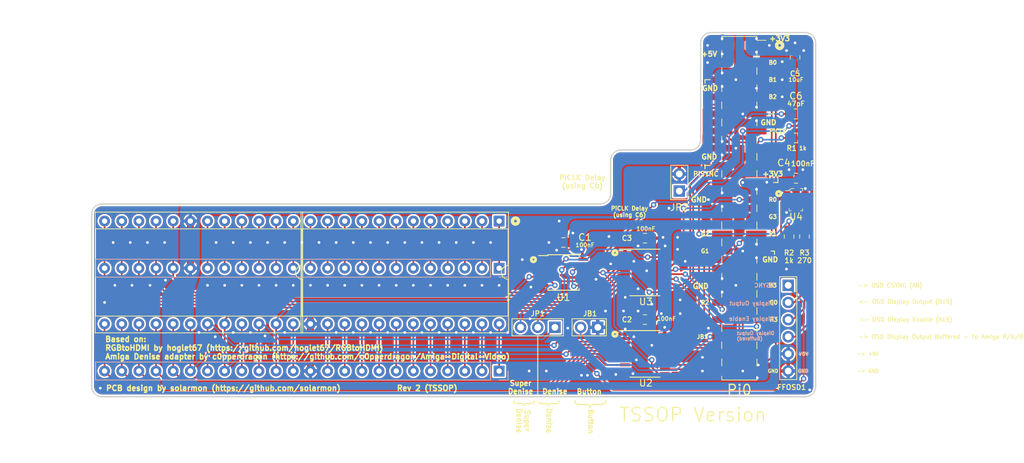
<source format=kicad_pcb>
(kicad_pcb (version 20171130) (host pcbnew "(5.1.9)-1")
  (title_block (title "RGBtoHDMI Amiga Denise - solarmon") (date 2021-04-16) (rev "2 (TSSOP)"))
  (layers (0 F.Cu signal) (31 B.Cu signal) (34 B.Paste user) (35 F.Paste user) (36 B.SilkS user) (37 F.SilkS user) (38 B.Mask user) (39 F.Mask user) (44 Edge.Cuts user))
  (net 0 "")
  (net 1 GND)
  (net 2 +3V3)
  (net 3 /B0)
  (net 4 /R3)
  (net 5 /R2)
  (net 6 /R1)
  (net 7 /R0)
  (net 8 +5V)
  (net 9 "Net-(JDenise1-Pad18)")
  (net 10 "Net-(JDenise1-Pad17)")
  (net 11 "Net-(JDenise1-Pad16)")
  (net 12 "Net-(JDenise1-Pad15)")
  (net 13 "Net-(JDenise1-Pad14)")
  (net 14 "Net-(JDenise1-Pad12)")
  (net 15 "Net-(JDenise1-Pad11)")
  (net 16 /CDAC)
  (net 17 "Net-(JDenise1-Pad10)")
  (net 18 "Net-(JDenise1-Pad9)")
  (net 19 /CSYNC)
  (net 20 "Net-(JDenise1-Pad8)")
  (net 21 /G3)
  (net 22 "Net-(JDenise1-Pad7)")
  (net 23 /G2)
  (net 24 "Net-(JDenise1-Pad6)")
  (net 25 /G1)
  (net 26 "Net-(JDenise1-Pad5)")
  (net 27 /G0)
  (net 28 "Net-(JDenise1-Pad4)")
  (net 29 /B3)
  (net 30 "Net-(JDenise1-Pad3)")
  (net 31 /B2)
  (net 32 "Net-(JDenise1-Pad2)")
  (net 33 /B1)
  (net 34 "Net-(JDenise1-Pad1)")
  (net 35 /PiCLK)
  (net 36 /PiCSYNC)
  (net 37 /PiR3)
  (net 38 /PiR2)
  (net 39 /PiR1)
  (net 40 /PiR0)
  (net 41 /PiG3)
  (net 42 /PiG2)
  (net 43 /PiG1)
  (net 44 /PiG0)
  (net 45 /PiB3)
  (net 46 /PiB2)
  (net 47 /PiB1)
  (net 48 /PiB0)
  (net 49 "Net-(JDenise1-Pad19)")
  (net 50 "Net-(JDenise1-Pad20)")
  (net 51 "Net-(JDenise1-Pad21)")
  (net 52 "Net-(JDenise1-Pad22)")
  (net 53 "Net-(JDenise1-Pad23)")
  (net 54 "Net-(JDenise1-Pad24)")
  (net 55 "Net-(JDenise2-Pad24)")
  (net 56 "Net-(JDenise2-Pad21)")
  (net 57 "Net-(JDenise2-Pad6)")
  (net 58 "Net-(JDenise2-Pad5)")
  (net 59 "Net-(JDenise2-Pad4)")
  (net 60 "Net-(JDenise2-Pad3)")
  (net 61 "Net-(JDenise2-Pad2)")
  (net 62 "Net-(JDenise2-Pad1)")
  (net 63 "Net-(U3-Pad18)")
  (net 64 /7MHZ)
  (net 65 "Net-(JP1-Pad3)")
  (net 66 "Net-(JP1-Pad2)")
  (net 67 "Net-(U1-Pad3)")
  (net 68 "Net-(U2-Pad19)")
  (net 69 "Net-(JB1-Pad2)")
  (net 70 "Net-(U1-Pad2)")
  (net 71 "Net-(U1-Pad11)")
  (net 72 /OSD_DISPLAY_OUTPUT_BUFFERRED)
  (net 73 /OSD_DISPLAY_ENABLE)
  (net 74 /OSD_DISPLAY_OUPUT)
  (net 75 "Net-(R3-Pad2)")
  (net 76 "Net-(Pi0-Pad8)")
  (net 77 "Net-(Pi0-Pad10)")
  (net 78 "Net-(Pi0-Pad12)")
  (net 79 "Net-(Pi0-Pad13)")
  (net 80 "Net-(Pi0-Pad15)")
  (net 81 "Net-(Pi0-Pad18)")
  (net 82 "Net-(Pi0-Pad22)")
  (net 83 "Net-(Pi0-Pad27)")
  (net 84 "Net-(Pi0-Pad28)")
  (net 85 "Net-(Pi0-Pad34)")
  (net 86 "Net-(Pi0-Pad35)")
  (net 87 "Net-(Pi0-Pad37)")
  (net 88 "Net-(Pi0-Pad38)")
  (net 89 "Net-(Pi0-Pad40)")
  (net 90 "Net-(C6-Pad2)")
  (module Capacitor_SMD:C_0805_2012Metric_Pad1.18x1.45mm_HandSolder (layer F.Cu) (at 207.645 51.816 180)
    (fp_text reference C4 (at 1.778 2.286) (layer F.SilkS))
    (fp_text value 100nF (at -1.016 2.159) (layer F.SilkS) (effects (font (size 0.75 0.75))))
    (pad 2 smd roundrect (at 1.0375 0 180) (size 1.175 1.45) (layers F.Cu F.Paste F.Mask) (roundrect_rratio 0.2127659574468085) (net 1 GND))
    (pad 1 smd roundrect (at -1.0375 0 180) (size 1.175 1.45) (layers F.Cu F.Paste F.Mask) (roundrect_rratio 0.2127659574468085) (net 2 +3V3))
  )
  (module Connector_PinSocket_2.54mm:PinSocket_2x20_P2.54mm_Vertical_SMD (layer F.Cu) (at 199.263 56.261)
    (fp_text reference Pi0 (at 0 26.924) (layer F.SilkS) (effects (font (size 1.5 1.5) (thickness 0.2))))
    (fp_text value Conn_02x20_Odd_Even)
    (pad 40 smd rect (at -2.52 24.13) (size 3 1) (layers F.Cu F.Paste F.Mask) (net 89 "Net-(Pi0-Pad40)"))
    (pad 39 smd rect (at 2.52 24.13) (size 3 1) (layers F.Cu F.Paste F.Mask) (net 1 GND))
    (pad 38 smd rect (at -2.52 21.59) (size 3 1) (layers F.Cu F.Paste F.Mask) (net 88 "Net-(Pi0-Pad38)"))
    (pad 37 smd rect (at 2.52 21.59) (size 3 1) (layers F.Cu F.Paste F.Mask) (net 87 "Net-(Pi0-Pad37)"))
    (pad 36 smd rect (at -2.52 19.05) (size 3 1) (layers F.Cu F.Paste F.Mask) (net 69 "Net-(JB1-Pad2)"))
    (pad 35 smd rect (at 2.52 19.05) (size 3 1) (layers F.Cu F.Paste F.Mask) (net 86 "Net-(Pi0-Pad35)"))
    (pad 34 smd rect (at -2.52 16.51) (size 3 1) (layers F.Cu F.Paste F.Mask) (net 85 "Net-(Pi0-Pad34)"))
    (pad 33 smd rect (at 2.52 16.51) (size 3 1) (layers F.Cu F.Paste F.Mask) (net 37 /PiR3))
    (pad 32 smd rect (at -2.52 13.97) (size 3 1) (layers F.Cu F.Paste F.Mask) (net 38 /PiR2))
    (pad 31 smd rect (at 2.52 13.97) (size 3 1) (layers F.Cu F.Paste F.Mask) (net 44 /PiG0))
    (pad 30 smd rect (at -2.52 11.43) (size 3 1) (layers F.Cu F.Paste F.Mask) (net 1 GND))
    (pad 29 smd rect (at 2.52 11.43) (size 3 1) (layers F.Cu F.Paste F.Mask) (net 45 /PiB3))
    (pad 28 smd rect (at -2.52 8.89) (size 3 1) (layers F.Cu F.Paste F.Mask) (net 84 "Net-(Pi0-Pad28)"))
    (pad 27 smd rect (at 2.52 8.89) (size 3 1) (layers F.Cu F.Paste F.Mask) (net 83 "Net-(Pi0-Pad27)"))
    (pad 26 smd rect (at -2.52 6.35) (size 3 1) (layers F.Cu F.Paste F.Mask) (net 43 /PiG1))
    (pad 25 smd rect (at 2.52 6.35) (size 3 1) (layers F.Cu F.Paste F.Mask) (net 1 GND))
    (pad 24 smd rect (at -2.52 3.81) (size 3 1) (layers F.Cu F.Paste F.Mask) (net 42 /PiG2))
    (pad 23 smd rect (at 2.52 3.81) (size 3 1) (layers F.Cu F.Paste F.Mask) (net 39 /PiR1))
    (pad 22 smd rect (at -2.52 1.27) (size 3 1) (layers F.Cu F.Paste F.Mask) (net 82 "Net-(Pi0-Pad22)"))
    (pad 21 smd rect (at 2.52 1.27) (size 3 1) (layers F.Cu F.Paste F.Mask) (net 41 /PiG3))
    (pad 20 smd rect (at -2.52 -1.27) (size 3 1) (layers F.Cu F.Paste F.Mask) (net 1 GND))
    (pad 19 smd rect (at 2.52 -1.27) (size 3 1) (layers F.Cu F.Paste F.Mask) (net 40 /PiR0))
    (pad 18 smd rect (at -2.52 -3.81) (size 3 1) (layers F.Cu F.Paste F.Mask) (net 81 "Net-(Pi0-Pad18)"))
    (pad 17 smd rect (at 2.52 -3.81) (size 3 1) (layers F.Cu F.Paste F.Mask) (net 2 +3V3))
    (pad 16 smd rect (at -2.52 -6.35) (size 3 1) (layers F.Cu F.Paste F.Mask) (net 36 /PiCSYNC))
    (pad 15 smd rect (at 2.52 -6.35) (size 3 1) (layers F.Cu F.Paste F.Mask) (net 80 "Net-(Pi0-Pad15)"))
    (pad 14 smd rect (at -2.52 -8.89) (size 3 1) (layers F.Cu F.Paste F.Mask) (net 1 GND))
    (pad 13 smd rect (at 2.52 -8.89) (size 3 1) (layers F.Cu F.Paste F.Mask) (net 79 "Net-(Pi0-Pad13)"))
    (pad 12 smd rect (at -2.52 -11.43) (size 3 1) (layers F.Cu F.Paste F.Mask) (net 78 "Net-(Pi0-Pad12)"))
    (pad 11 smd rect (at 2.52 -11.43) (size 3 1) (layers F.Cu F.Paste F.Mask) (net 35 /PiCLK))
    (pad 10 smd rect (at -2.52 -13.97) (size 3 1) (layers F.Cu F.Paste F.Mask) (net 77 "Net-(Pi0-Pad10)"))
    (pad 9 smd rect (at 2.52 -13.97) (size 3 1) (layers F.Cu F.Paste F.Mask) (net 1 GND))
    (pad 8 smd rect (at -2.52 -16.51) (size 3 1) (layers F.Cu F.Paste F.Mask) (net 76 "Net-(Pi0-Pad8)"))
    (pad 7 smd rect (at 2.52 -16.51) (size 3 1) (layers F.Cu F.Paste F.Mask) (net 46 /PiB2))
    (pad 6 smd rect (at -2.52 -19.05) (size 3 1) (layers F.Cu F.Paste F.Mask) (net 1 GND))
    (pad 5 smd rect (at 2.52 -19.05) (size 3 1) (layers F.Cu F.Paste F.Mask) (net 47 /PiB1))
    (pad 4 smd rect (at -2.52 -21.59) (size 3 1) (layers F.Cu F.Paste F.Mask) (net 8 +5V))
    (pad 3 smd rect (at 2.52 -21.59) (size 3 1) (layers F.Cu F.Paste F.Mask) (net 48 /PiB0))
    (pad 2 smd rect (at -2.52 -24.13) (size 3 1) (layers F.Cu F.Paste F.Mask) (net 8 +5V))
    (pad 1 smd rect (at 2.52 -24.13) (size 3 1) (layers F.Cu F.Paste F.Mask) (net 2 +3V3))
  )
  (module Connector_PinHeader_2.54mm:PinHeader_1x02_P2.54mm_Horizontal (layer F.Cu) (at 190.373 53.721 180)
    (fp_text reference JP2 (at 0 -2.413) (layer F.SilkS))
    (fp_text value Jumper_2_Open)
    (pad 2 thru_hole oval (at 0 2.54 180) (size 1.7 1.7) (drill 1) (layers *.Cu *.Mask) (net 1 GND))
    (pad 1 thru_hole rect (at 0 0 180) (size 1.7 1.7) (drill 1) (layers *.Cu *.Mask) (net 90 "Net-(C6-Pad2)"))
  )
  (module Capacitor_SMD:C_0805_2012Metric_Pad1.18x1.45mm_HandSolder (layer F.Cu) (at 207.645 42.291 180)
    (fp_text reference C6 (at 0 2.667) (layer F.SilkS))
    (fp_text value 47pF (at 0 1.524) (layer F.SilkS) (effects (font (size 0.7 0.7))))
    (pad 2 smd roundrect (at 1.0375 0 180) (size 1.175 1.45) (layers F.Cu F.Paste F.Mask) (roundrect_rratio 0.2127659574468085) (net 90 "Net-(C6-Pad2)"))
    (pad 1 smd roundrect (at -1.0375 0 180) (size 1.175 1.45) (layers F.Cu F.Paste F.Mask) (roundrect_rratio 0.2127659574468085) (net 35 /PiCLK))
  )
  (module solarmon_library:PinHeader_1x24_P2.54mm_Vertical_smaller (layer B.Cu) (at 163.703 80.391 90)
    (fp_text reference JMainBoard2 hide)
    (fp_text value Conn_01x24)
    (pad 24 thru_hole oval (at 0 -58.42 90) (size 1.6 1.6) (drill 0.8) (layers *.Cu *.Mask) (net 33 /B1))
    (pad 23 thru_hole oval (at 0 -55.88 90) (size 1.6 1.6) (drill 0.8) (layers *.Cu *.Mask) (net 31 /B2))
    (pad 22 thru_hole oval (at 0 -53.34 90) (size 1.6 1.6) (drill 0.8) (layers *.Cu *.Mask) (net 29 /B3))
    (pad 21 thru_hole oval (at 0 -50.8 90) (size 1.6 1.6) (drill 0.8) (layers *.Cu *.Mask) (net 27 /G0))
    (pad 20 thru_hole oval (at 0 -48.26 90) (size 1.6 1.6) (drill 0.8) (layers *.Cu *.Mask) (net 25 /G1))
    (pad 19 thru_hole oval (at 0 -45.72 90) (size 1.6 1.6) (drill 0.8) (layers *.Cu *.Mask) (net 23 /G2))
    (pad 18 thru_hole oval (at 0 -43.18 90) (size 1.6 1.6) (drill 0.8) (layers *.Cu *.Mask) (net 21 /G3))
    (pad 17 thru_hole oval (at 0 -40.64 90) (size 1.6 1.6) (drill 0.8) (layers *.Cu *.Mask) (net 19 /CSYNC))
    (pad 16 thru_hole oval (at 0 -38.1 90) (size 1.6 1.6) (drill 0.8) (layers *.Cu *.Mask) (net 56 "Net-(JDenise2-Pad21)"))
    (pad 15 thru_hole oval (at 0 -35.56 90) (size 1.6 1.6) (drill 0.8) (layers *.Cu *.Mask) (net 16 /CDAC))
    (pad 14 thru_hole oval (at 0 -33.02 90) (size 1.6 1.6) (drill 0.8) (layers *.Cu *.Mask) (net 64 /7MHZ))
    (pad 13 thru_hole oval (at 0 -30.48 90) (size 1.6 1.6) (drill 0.8) (layers *.Cu *.Mask) (net 55 "Net-(JDenise2-Pad24)"))
    (pad 12 thru_hole oval (at 0 -27.94 90) (size 1.6 1.6) (drill 0.8) (layers *.Cu *.Mask) (net 1 GND))
    (pad 11 thru_hole oval (at 0 -25.4 90) (size 1.6 1.6) (drill 0.8) (layers *.Cu *.Mask) (net 13 "Net-(JDenise1-Pad14)"))
    (pad 10 thru_hole oval (at 0 -22.86 90) (size 1.6 1.6) (drill 0.8) (layers *.Cu *.Mask) (net 12 "Net-(JDenise1-Pad15)"))
    (pad 9 thru_hole oval (at 0 -20.32 90) (size 1.6 1.6) (drill 0.8) (layers *.Cu *.Mask) (net 11 "Net-(JDenise1-Pad16)"))
    (pad 8 thru_hole oval (at 0 -17.78 90) (size 1.6 1.6) (drill 0.8) (layers *.Cu *.Mask) (net 10 "Net-(JDenise1-Pad17)"))
    (pad 7 thru_hole oval (at 0 -15.24 90) (size 1.6 1.6) (drill 0.8) (layers *.Cu *.Mask) (net 9 "Net-(JDenise1-Pad18)"))
    (pad 6 thru_hole oval (at 0 -12.7 90) (size 1.6 1.6) (drill 0.8) (layers *.Cu *.Mask) (net 49 "Net-(JDenise1-Pad19)"))
    (pad 5 thru_hole oval (at 0 -10.16 90) (size 1.6 1.6) (drill 0.8) (layers *.Cu *.Mask) (net 50 "Net-(JDenise1-Pad20)"))
    (pad 4 thru_hole oval (at 0 -7.62 90) (size 1.6 1.6) (drill 0.8) (layers *.Cu *.Mask) (net 51 "Net-(JDenise1-Pad21)"))
    (pad 3 thru_hole oval (at 0 -5.08 90) (size 1.6 1.6) (drill 0.8) (layers *.Cu *.Mask) (net 52 "Net-(JDenise1-Pad22)"))
    (pad 2 thru_hole oval (at 0 -2.54 90) (size 1.6 1.6) (drill 0.8) (layers *.Cu *.Mask) (net 53 "Net-(JDenise1-Pad23)"))
    (pad 1 thru_hole rect (at 0 0 90) (size 1.6 1.6) (drill 0.8) (layers *.Cu *.Mask) (net 54 "Net-(JDenise1-Pad24)"))
  )
  (module solarmon_library:PinHeader_1x24_P2.54mm_Vertical_smaller (layer B.Cu) (at 163.703 65.151 90)
    (fp_text reference JMainBoard1 hide)
    (fp_text value Conn_01x24)
    (pad 24 thru_hole oval (at 0 -58.42 90) (size 1.6 1.6) (drill 0.8) (layers *.Cu *.Mask) (net 3 /B0))
    (pad 23 thru_hole oval (at 0 -55.88 90) (size 1.6 1.6) (drill 0.8) (layers *.Cu *.Mask) (net 4 /R3))
    (pad 22 thru_hole oval (at 0 -53.34 90) (size 1.6 1.6) (drill 0.8) (layers *.Cu *.Mask) (net 5 /R2))
    (pad 21 thru_hole oval (at 0 -50.8 90) (size 1.6 1.6) (drill 0.8) (layers *.Cu *.Mask) (net 6 /R1))
    (pad 20 thru_hole oval (at 0 -48.26 90) (size 1.6 1.6) (drill 0.8) (layers *.Cu *.Mask) (net 7 /R0))
    (pad 19 thru_hole oval (at 0 -45.72 90) (size 1.6 1.6) (drill 0.8) (layers *.Cu *.Mask) (net 8 +5V))
    (pad 18 thru_hole oval (at 0 -43.18 90) (size 1.6 1.6) (drill 0.8) (layers *.Cu *.Mask) (net 57 "Net-(JDenise2-Pad6)"))
    (pad 17 thru_hole oval (at 0 -40.64 90) (size 1.6 1.6) (drill 0.8) (layers *.Cu *.Mask) (net 58 "Net-(JDenise2-Pad5)"))
    (pad 16 thru_hole oval (at 0 -38.1 90) (size 1.6 1.6) (drill 0.8) (layers *.Cu *.Mask) (net 59 "Net-(JDenise2-Pad4)"))
    (pad 15 thru_hole oval (at 0 -35.56 90) (size 1.6 1.6) (drill 0.8) (layers *.Cu *.Mask) (net 60 "Net-(JDenise2-Pad3)"))
    (pad 14 thru_hole oval (at 0 -33.02 90) (size 1.6 1.6) (drill 0.8) (layers *.Cu *.Mask) (net 61 "Net-(JDenise2-Pad2)"))
    (pad 13 thru_hole oval (at 0 -30.48 90) (size 1.6 1.6) (drill 0.8) (layers *.Cu *.Mask) (net 62 "Net-(JDenise2-Pad1)"))
    (pad 12 thru_hole oval (at 0 -27.94 90) (size 1.6 1.6) (drill 0.8) (layers *.Cu *.Mask) (net 14 "Net-(JDenise1-Pad12)"))
    (pad 11 thru_hole oval (at 0 -25.4 90) (size 1.6 1.6) (drill 0.8) (layers *.Cu *.Mask) (net 15 "Net-(JDenise1-Pad11)"))
    (pad 10 thru_hole oval (at 0 -22.86 90) (size 1.6 1.6) (drill 0.8) (layers *.Cu *.Mask) (net 17 "Net-(JDenise1-Pad10)"))
    (pad 9 thru_hole oval (at 0 -20.32 90) (size 1.6 1.6) (drill 0.8) (layers *.Cu *.Mask) (net 18 "Net-(JDenise1-Pad9)"))
    (pad 8 thru_hole oval (at 0 -17.78 90) (size 1.6 1.6) (drill 0.8) (layers *.Cu *.Mask) (net 20 "Net-(JDenise1-Pad8)"))
    (pad 7 thru_hole oval (at 0 -15.24 90) (size 1.6 1.6) (drill 0.8) (layers *.Cu *.Mask) (net 22 "Net-(JDenise1-Pad7)"))
    (pad 6 thru_hole oval (at 0 -12.7 90) (size 1.6 1.6) (drill 0.8) (layers *.Cu *.Mask) (net 24 "Net-(JDenise1-Pad6)"))
    (pad 5 thru_hole oval (at 0 -10.16 90) (size 1.6 1.6) (drill 0.8) (layers *.Cu *.Mask) (net 26 "Net-(JDenise1-Pad5)"))
    (pad 4 thru_hole oval (at 0 -7.62 90) (size 1.6 1.6) (drill 0.8) (layers *.Cu *.Mask) (net 28 "Net-(JDenise1-Pad4)"))
    (pad 3 thru_hole oval (at 0 -5.08 90) (size 1.6 1.6) (drill 0.8) (layers *.Cu *.Mask) (net 30 "Net-(JDenise1-Pad3)"))
    (pad 2 thru_hole oval (at 0 -2.54 90) (size 1.6 1.6) (drill 0.8) (layers *.Cu *.Mask) (net 32 "Net-(JDenise1-Pad2)"))
    (pad 1 thru_hole rect (at 0 0 90) (size 1.6 1.6) (drill 0.8) (layers *.Cu *.Mask) (net 34 "Net-(JDenise1-Pad1)"))
  )
  (module Connector_PinHeader_2.54mm:PinHeader_1x06_P2.54mm_Horizontal (layer F.Cu) (at 206.502 67.691)
    (fp_text reference FFOSD1 (at 0.508 15.113) (layer F.SilkS) (effects (font (size 0.75 0.75))))
    (fp_text value Conn_01x06)
    (pad 6 thru_hole oval (at 0 12.7) (size 1.7 1.7) (drill 1) (layers *.Cu *.Mask) (net 1 GND))
    (pad 5 thru_hole oval (at 0 10.16) (size 1.7 1.7) (drill 1) (layers *.Cu *.Mask) (net 8 +5V))
    (pad 4 thru_hole oval (at 0 7.62) (size 1.7 1.7) (drill 1) (layers *.Cu *.Mask) (net 72 /OSD_DISPLAY_OUTPUT_BUFFERRED))
    (pad 3 thru_hole oval (at 0 5.08) (size 1.7 1.7) (drill 1) (layers *.Cu *.Mask) (net 73 /OSD_DISPLAY_ENABLE))
    (pad 2 thru_hole oval (at 0 2.54) (size 1.7 1.7) (drill 1) (layers *.Cu *.Mask) (net 74 /OSD_DISPLAY_OUPUT))
    (pad 1 thru_hole rect (at 0 0) (size 1.7 1.7) (drill 1) (layers *.Cu *.Mask) (net 19 /CSYNC))
  )
  (module Resistor_SMD:R_0805_2012Metric_Pad1.15x1.40mm_HandSolder (layer F.Cu) (at 208.915 60.452 90)
    (fp_text reference R3 (at -2.413 0 180) (layer F.SilkS) (effects (font (size 0.75 0.75))))
    (fp_text value 270 (at -3.556 0 180) (layer F.SilkS) (effects (font (size 0.75 0.75))))
    (pad 2 smd roundrect (at 1.025 0 90) (size 1.15 1.4) (layers F.Cu F.Paste F.Mask) (roundrect_rratio 0.2173904347826087) (net 75 "Net-(R3-Pad2)"))
    (pad 1 smd roundrect (at -1.025 0 90) (size 1.15 1.4) (layers F.Cu F.Paste F.Mask) (roundrect_rratio 0.2173904347826087) (net 72 /OSD_DISPLAY_OUTPUT_BUFFERRED))
  )
  (module solarmon_library:SOT-753 (layer F.Cu) (at 207.645 54.991 270)
    (fp_text reference U4 (at 2.54 0 180) (layer F.SilkS))
    (fp_text value 74LVC1G125)
    (pad 5 smd rect (at -0.95 -1.35 270) (size 0.6 1.05) (layers F.Cu F.Paste F.Mask) (net 2 +3V3))
    (pad 4 smd rect (at 0.95 -1.35 270) (size 0.6 1.05) (layers F.Cu F.Paste F.Mask) (net 75 "Net-(R3-Pad2)"))
    (pad 3 smd rect (at 0.95 1.35 270) (size 0.6 1.05) (layers F.Cu F.Paste F.Mask) (net 1 GND))
    (pad 2 smd rect (at 0 1.35 270) (size 0.6 1.05) (layers F.Cu F.Paste F.Mask) (net 74 /OSD_DISPLAY_OUPUT))
    (pad 1 smd rect (at -0.95 1.35 270) (size 0.6 1.05) (layers F.Cu F.Paste F.Mask) (net 73 /OSD_DISPLAY_ENABLE))
  )
  (module Connector_PinHeader_2.54mm:PinHeader_1x03_P2.54mm_Horizontal (layer F.Cu) (at 171.958 73.914 270)
    (fp_text reference JP1 (at -2.032 2.54 180) (layer F.SilkS) (effects (font (size 0.75 0.75))))
    (fp_text value Jumper_3_Bridged12)
    (pad 1 thru_hole rect (at 0 0 270) (size 1.7 1.7) (drill 1) (layers *.Cu *.Mask) (net 16 /CDAC))
    (pad 2 thru_hole oval (at 0 2.54 270) (size 1.7 1.7) (drill 1) (layers *.Cu *.Mask) (net 66 "Net-(JP1-Pad2)"))
    (pad 3 thru_hole oval (at 0 5.08 270) (size 1.7 1.7) (drill 1) (layers *.Cu *.Mask) (net 65 "Net-(JP1-Pad3)"))
  )
  (module Connector_PinHeader_2.54mm:PinHeader_1x02_P2.54mm_Horizontal (layer F.Cu) (at 178.308 73.914 270)
    (fp_text reference JB1 (at -2.032 1.143 180) (layer F.SilkS) (effects (font (size 0.75 0.75))))
    (fp_text value Conn_01x02)
    (pad 2 thru_hole oval (at 0 2.54 270) (size 1.7 1.7) (drill 1) (layers *.Cu *.Mask) (net 69 "Net-(JB1-Pad2)"))
    (pad 1 thru_hole rect (at 0 0 270) (size 1.7 1.7) (drill 1) (layers *.Cu *.Mask) (net 1 GND))
  )
  (module Resistor_SMD:R_0805_2012Metric_Pad1.15x1.40mm_HandSolder (layer F.Cu) (at 206.629 60.452 270)
    (fp_text reference R2 (at 2.413 0 180) (layer F.SilkS) (effects (font (size 0.75 0.75))))
    (fp_text value 1k (at 3.556 0 180) (layer F.SilkS) (effects (font (size 0.75 0.75))))
    (pad 2 smd roundrect (at 1.025 0 270) (size 1.15 1.4) (layers F.Cu F.Paste F.Mask) (roundrect_rratio 0.2173904347826087) (net 74 /OSD_DISPLAY_OUPUT))
    (pad 1 smd roundrect (at -1.025 0 270) (size 1.15 1.4) (layers F.Cu F.Paste F.Mask) (roundrect_rratio 0.2173904347826087) (net 81 "Net-(Pi0-Pad18)"))
  )
  (module Capacitor_SMD:C_0805_2012Metric_Pad1.15x1.40mm_HandSolder (layer F.Cu) (at 185.293 60.706 180)
    (fp_text reference C3 (at 2.667 0) (layer F.SilkS) (effects (font (size 0.75 0.75))))
    (fp_text value 100nF (at -0.127 1.397) (layer F.SilkS) (effects (font (size 0.6 0.6) (thickness 0.125))))
    (pad 2 smd roundrect (at 1.025 0 180) (size 1.15 1.4) (layers F.Cu F.Paste F.Mask) (roundrect_rratio 0.2173904347826087) (net 1 GND))
    (pad 1 smd roundrect (at -1.025 0 180) (size 1.15 1.4) (layers F.Cu F.Paste F.Mask) (roundrect_rratio 0.2173904347826087) (net 2 +3V3))
  )
  (module Capacitor_SMD:C_0805_2012Metric_Pad1.15x1.40mm_HandSolder (layer F.Cu) (at 185.293 72.771 180)
    (fp_text reference C2 (at 2.667 0) (layer F.SilkS) (effects (font (size 0.75 0.75))))
    (fp_text value 100nF (at -3.175 0.127) (layer F.SilkS) (effects (font (size 0.6 0.6) (thickness 0.125))))
    (pad 2 smd roundrect (at 1.025 0 180) (size 1.15 1.4) (layers F.Cu F.Paste F.Mask) (roundrect_rratio 0.2173904347826087) (net 1 GND))
    (pad 1 smd roundrect (at -1.025 0 180) (size 1.15 1.4) (layers F.Cu F.Paste F.Mask) (roundrect_rratio 0.2173904347826087) (net 2 +3V3))
  )
  (module Capacitor_SMD:C_0805_2012Metric_Pad1.15x1.40mm_HandSolder (layer F.Cu) (at 173.228 61.341 180)
    (fp_text reference C1 (at -3.175 0.762) (layer F.SilkS))
    (fp_text value 100nF (at -3.175 -0.381) (layer F.SilkS) (effects (font (size 0.6 0.6) (thickness 0.125))))
    (pad 2 smd roundrect (at 1.025 0 180) (size 1.15 1.4) (layers F.Cu F.Paste F.Mask) (roundrect_rratio 0.2173904347826087) (net 1 GND))
    (pad 1 smd roundrect (at -1.025 0 180) (size 1.15 1.4) (layers F.Cu F.Paste F.Mask) (roundrect_rratio 0.2173904347826087) (net 2 +3V3))
  )
  (module Package_SO:TSSOP-14_4.4x5mm_P0.65mm (layer F.Cu) (at 173.228 65.786)
    (fp_text reference U1 (at 0 3.683) (layer F.SilkS))
    (fp_text value 74LVC86)
    (pad 1 smd rect (at -2.95 -1.95) (size 1.45 0.45) (layers F.Cu F.Paste F.Mask) (net 2 +3V3))
    (pad 2 smd rect (at -2.95 -1.3) (size 1.45 0.45) (layers F.Cu F.Paste F.Mask) (net 70 "Net-(U1-Pad2)"))
    (pad 3 smd rect (at -2.95 -0.65) (size 1.45 0.45) (layers F.Cu F.Paste F.Mask) (net 67 "Net-(U1-Pad3)"))
    (pad 4 smd rect (at -2.95 0) (size 1.45 0.45) (layers F.Cu F.Paste F.Mask) (net 2 +3V3))
    (pad 5 smd rect (at -2.95 0.65) (size 1.45 0.45) (layers F.Cu F.Paste F.Mask) (net 64 /7MHZ))
    (pad 6 smd rect (at -2.95 1.3) (size 1.45 0.45) (layers F.Cu F.Paste F.Mask) (net 65 "Net-(JP1-Pad3)"))
    (pad 7 smd rect (at -2.95 1.95) (size 1.45 0.45) (layers F.Cu F.Paste F.Mask) (net 1 GND))
    (pad 8 smd rect (at 2.95 1.95) (size 1.45 0.45) (layers F.Cu F.Paste F.Mask) (net 35 /PiCLK))
    (pad 9 smd rect (at 2.95 1.3) (size 1.45 0.45) (layers F.Cu F.Paste F.Mask) (net 67 "Net-(U1-Pad3)"))
    (pad 10 smd rect (at 2.95 0.65) (size 1.45 0.45) (layers F.Cu F.Paste F.Mask) (net 1 GND))
    (pad 11 smd rect (at 2.95 0) (size 1.45 0.45) (layers F.Cu F.Paste F.Mask) (net 71 "Net-(U1-Pad11)"))
    (pad 12 smd rect (at 2.95 -0.65) (size 1.45 0.45) (layers F.Cu F.Paste F.Mask) (net 35 /PiCLK))
    (pad 13 smd rect (at 2.95 -1.3) (size 1.45 0.45) (layers F.Cu F.Paste F.Mask) (net 66 "Net-(JP1-Pad2)"))
    (pad 14 smd rect (at 2.95 -1.95) (size 1.45 0.45) (layers F.Cu F.Paste F.Mask) (net 2 +3V3))
  )
  (module Package_SO:TSSOP-20_4.4x6.5mm_P0.65mm (layer F.Cu) (at 185.293 77.851)
    (fp_text reference U2 (at 0.127 4.318) (layer F.SilkS))
    (fp_text value 74LVC574)
    (pad 20 smd rect (at 2.95 -2.925) (size 1.45 0.45) (layers F.Cu F.Paste F.Mask) (net 2 +3V3))
    (pad 19 smd rect (at 2.95 -2.275) (size 1.45 0.45) (layers F.Cu F.Paste F.Mask) (net 68 "Net-(U2-Pad19)"))
    (pad 18 smd rect (at 2.95 -1.625) (size 1.45 0.45) (layers F.Cu F.Paste F.Mask) (net 41 /PiG3))
    (pad 17 smd rect (at 2.95 -0.975) (size 1.45 0.45) (layers F.Cu F.Paste F.Mask) (net 42 /PiG2))
    (pad 16 smd rect (at 2.95 -0.325) (size 1.45 0.45) (layers F.Cu F.Paste F.Mask) (net 43 /PiG1))
    (pad 15 smd rect (at 2.95 0.325) (size 1.45 0.45) (layers F.Cu F.Paste F.Mask) (net 44 /PiG0))
    (pad 14 smd rect (at 2.95 0.975) (size 1.45 0.45) (layers F.Cu F.Paste F.Mask) (net 45 /PiB3))
    (pad 13 smd rect (at 2.95 1.625) (size 1.45 0.45) (layers F.Cu F.Paste F.Mask) (net 46 /PiB2))
    (pad 12 smd rect (at 2.95 2.275) (size 1.45 0.45) (layers F.Cu F.Paste F.Mask) (net 47 /PiB1))
    (pad 11 smd rect (at 2.95 2.925) (size 1.45 0.45) (layers F.Cu F.Paste F.Mask) (net 71 "Net-(U1-Pad11)"))
    (pad 10 smd rect (at -2.95 2.925) (size 1.45 0.45) (layers F.Cu F.Paste F.Mask) (net 1 GND))
    (pad 9 smd rect (at -2.95 2.275) (size 1.45 0.45) (layers F.Cu F.Paste F.Mask) (net 33 /B1))
    (pad 8 smd rect (at -2.95 1.625) (size 1.45 0.45) (layers F.Cu F.Paste F.Mask) (net 31 /B2))
    (pad 7 smd rect (at -2.95 0.975) (size 1.45 0.45) (layers F.Cu F.Paste F.Mask) (net 29 /B3))
    (pad 6 smd rect (at -2.95 0.325) (size 1.45 0.45) (layers F.Cu F.Paste F.Mask) (net 27 /G0))
    (pad 5 smd rect (at -2.95 -0.325) (size 1.45 0.45) (layers F.Cu F.Paste F.Mask) (net 25 /G1))
    (pad 4 smd rect (at -2.95 -0.975) (size 1.45 0.45) (layers F.Cu F.Paste F.Mask) (net 23 /G2))
    (pad 3 smd rect (at -2.95 -1.625) (size 1.45 0.45) (layers F.Cu F.Paste F.Mask) (net 21 /G3))
    (pad 2 smd rect (at -2.95 -2.275) (size 1.45 0.45) (layers F.Cu F.Paste F.Mask) (net 1 GND))
    (pad 1 smd rect (at -2.95 -2.925) (size 1.45 0.45) (layers F.Cu F.Paste F.Mask) (net 1 GND))
  )
  (module Package_SO:TSSOP-20_4.4x6.5mm_P0.65mm (layer F.Cu) (at 185.293 65.786)
    (fp_text reference U3 (at 0.127 4.318) (layer F.SilkS))
    (fp_text value 74LVC574)
    (pad 1 smd rect (at -2.95 -2.925) (size 1.45 0.45) (layers F.Cu F.Paste F.Mask) (net 1 GND))
    (pad 2 smd rect (at -2.95 -2.275) (size 1.45 0.45) (layers F.Cu F.Paste F.Mask) (net 35 /PiCLK))
    (pad 3 smd rect (at -2.95 -1.625) (size 1.45 0.45) (layers F.Cu F.Paste F.Mask) (net 1 GND))
    (pad 4 smd rect (at -2.95 -0.975) (size 1.45 0.45) (layers F.Cu F.Paste F.Mask) (net 7 /R0))
    (pad 5 smd rect (at -2.95 -0.325) (size 1.45 0.45) (layers F.Cu F.Paste F.Mask) (net 6 /R1))
    (pad 6 smd rect (at -2.95 0.325) (size 1.45 0.45) (layers F.Cu F.Paste F.Mask) (net 5 /R2))
    (pad 7 smd rect (at -2.95 0.975) (size 1.45 0.45) (layers F.Cu F.Paste F.Mask) (net 4 /R3))
    (pad 8 smd rect (at -2.95 1.625) (size 1.45 0.45) (layers F.Cu F.Paste F.Mask) (net 3 /B0))
    (pad 9 smd rect (at -2.95 2.275) (size 1.45 0.45) (layers F.Cu F.Paste F.Mask) (net 19 /CSYNC))
    (pad 10 smd rect (at -2.95 2.925) (size 1.45 0.45) (layers F.Cu F.Paste F.Mask) (net 1 GND))
    (pad 11 smd rect (at 2.95 2.925) (size 1.45 0.45) (layers F.Cu F.Paste F.Mask) (net 71 "Net-(U1-Pad11)"))
    (pad 12 smd rect (at 2.95 2.275) (size 1.45 0.45) (layers F.Cu F.Paste F.Mask) (net 36 /PiCSYNC))
    (pad 13 smd rect (at 2.95 1.625) (size 1.45 0.45) (layers F.Cu F.Paste F.Mask) (net 48 /PiB0))
    (pad 14 smd rect (at 2.95 0.975) (size 1.45 0.45) (layers F.Cu F.Paste F.Mask) (net 37 /PiR3))
    (pad 15 smd rect (at 2.95 0.325) (size 1.45 0.45) (layers F.Cu F.Paste F.Mask) (net 38 /PiR2))
    (pad 16 smd rect (at 2.95 -0.325) (size 1.45 0.45) (layers F.Cu F.Paste F.Mask) (net 39 /PiR1))
    (pad 17 smd rect (at 2.95 -0.975) (size 1.45 0.45) (layers F.Cu F.Paste F.Mask) (net 40 /PiR0))
    (pad 18 smd rect (at 2.95 -1.625) (size 1.45 0.45) (layers F.Cu F.Paste F.Mask) (net 63 "Net-(U3-Pad18)"))
    (pad 19 smd rect (at 2.95 -2.275) (size 1.45 0.45) (layers F.Cu F.Paste F.Mask) (net 70 "Net-(U1-Pad2)"))
    (pad 20 smd rect (at 2.95 -2.925) (size 1.45 0.45) (layers F.Cu F.Paste F.Mask) (net 2 +3V3))
  )
  (module Capacitor_SMD:C_0805_2012Metric_Pad1.15x1.40mm_HandSolder (layer F.Cu) (at 207.518 33.909 270)
    (fp_text reference C5 (at 2.413 0) (layer F.SilkS) (effects (font (size 0.75 0.75))))
    (fp_text value 10uF (at 3.302 -0.127) (layer F.SilkS) (effects (font (size 0.6 0.6) (thickness 0.125))))
    (pad 1 smd roundrect (at -1.025 0 270) (size 1.15 1.4) (layers F.Cu F.Paste F.Mask) (roundrect_rratio 0.2173904347826087) (net 2 +3V3))
    (pad 2 smd roundrect (at 1.025 0 270) (size 1.15 1.4) (layers F.Cu F.Paste F.Mask) (roundrect_rratio 0.2173904347826087) (net 1 GND))
  )
  (module Resistor_SMD:R_0805_2012Metric_Pad1.15x1.40mm_HandSolder (layer F.Cu) (at 207.645 45.847)
    (fp_text reference R1 (at -0.635 1.524 180) (layer F.SilkS) (effects (font (size 0.75 0.75))))
    (fp_text value 1k (at 1.016 1.524 180) (layer F.SilkS) (effects (font (size 0.6 0.6))))
    (pad 1 smd roundrect (at -1.025 0) (size 1.15 1.4) (layers F.Cu F.Paste F.Mask) (roundrect_rratio 0.2173904347826087) (net 78 "Net-(Pi0-Pad12)"))
    (pad 2 smd roundrect (at 1.025 0) (size 1.15 1.4) (layers F.Cu F.Paste F.Mask) (roundrect_rratio 0.2173904347826087) (net 1 GND))
  )
  (module Package_DIP:DIP-24_W15.24mm_Socket (layer F.Cu) (at 163.703 58.166 270)
    (fp_text reference JDenise1 hide)
    (fp_text value Conn_02x12_Counter_Clockwise)
    (pad 1 thru_hole rect (at 0 0 270) (size 1.6 1.6) (drill 0.8) (layers *.Cu *.Mask) (net 34 "Net-(JDenise1-Pad1)"))
    (pad 13 thru_hole oval (at 15.24 27.94 270) (size 1.6 1.6) (drill 0.8) (layers *.Cu *.Mask) (net 1 GND))
    (pad 2 thru_hole oval (at 0 2.54 270) (size 1.6 1.6) (drill 0.8) (layers *.Cu *.Mask) (net 32 "Net-(JDenise1-Pad2)"))
    (pad 14 thru_hole oval (at 15.24 25.4 270) (size 1.6 1.6) (drill 0.8) (layers *.Cu *.Mask) (net 13 "Net-(JDenise1-Pad14)"))
    (pad 3 thru_hole oval (at 0 5.08 270) (size 1.6 1.6) (drill 0.8) (layers *.Cu *.Mask) (net 30 "Net-(JDenise1-Pad3)"))
    (pad 15 thru_hole oval (at 15.24 22.86 270) (size 1.6 1.6) (drill 0.8) (layers *.Cu *.Mask) (net 12 "Net-(JDenise1-Pad15)"))
    (pad 4 thru_hole oval (at 0 7.62 270) (size 1.6 1.6) (drill 0.8) (layers *.Cu *.Mask) (net 28 "Net-(JDenise1-Pad4)"))
    (pad 16 thru_hole oval (at 15.24 20.32 270) (size 1.6 1.6) (drill 0.8) (layers *.Cu *.Mask) (net 11 "Net-(JDenise1-Pad16)"))
    (pad 5 thru_hole oval (at 0 10.16 270) (size 1.6 1.6) (drill 0.8) (layers *.Cu *.Mask) (net 26 "Net-(JDenise1-Pad5)"))
    (pad 17 thru_hole oval (at 15.24 17.78 270) (size 1.6 1.6) (drill 0.8) (layers *.Cu *.Mask) (net 10 "Net-(JDenise1-Pad17)"))
    (pad 6 thru_hole oval (at 0 12.7 270) (size 1.6 1.6) (drill 0.8) (layers *.Cu *.Mask) (net 24 "Net-(JDenise1-Pad6)"))
    (pad 18 thru_hole oval (at 15.24 15.24 270) (size 1.6 1.6) (drill 0.8) (layers *.Cu *.Mask) (net 9 "Net-(JDenise1-Pad18)"))
    (pad 7 thru_hole oval (at 0 15.24 270) (size 1.6 1.6) (drill 0.8) (layers *.Cu *.Mask) (net 22 "Net-(JDenise1-Pad7)"))
    (pad 19 thru_hole oval (at 15.24 12.7 270) (size 1.6 1.6) (drill 0.8) (layers *.Cu *.Mask) (net 49 "Net-(JDenise1-Pad19)"))
    (pad 8 thru_hole oval (at 0 17.78 270) (size 1.6 1.6) (drill 0.8) (layers *.Cu *.Mask) (net 20 "Net-(JDenise1-Pad8)"))
    (pad 20 thru_hole oval (at 15.24 10.16 270) (size 1.6 1.6) (drill 0.8) (layers *.Cu *.Mask) (net 50 "Net-(JDenise1-Pad20)"))
    (pad 9 thru_hole oval (at 0 20.32 270) (size 1.6 1.6) (drill 0.8) (layers *.Cu *.Mask) (net 18 "Net-(JDenise1-Pad9)"))
    (pad 21 thru_hole oval (at 15.24 7.62 270) (size 1.6 1.6) (drill 0.8) (layers *.Cu *.Mask) (net 51 "Net-(JDenise1-Pad21)"))
    (pad 10 thru_hole oval (at 0 22.86 270) (size 1.6 1.6) (drill 0.8) (layers *.Cu *.Mask) (net 17 "Net-(JDenise1-Pad10)"))
    (pad 22 thru_hole oval (at 15.24 5.08 270) (size 1.6 1.6) (drill 0.8) (layers *.Cu *.Mask) (net 52 "Net-(JDenise1-Pad22)"))
    (pad 11 thru_hole oval (at 0 25.4 270) (size 1.6 1.6) (drill 0.8) (layers *.Cu *.Mask) (net 15 "Net-(JDenise1-Pad11)"))
    (pad 23 thru_hole oval (at 15.24 2.54 270) (size 1.6 1.6) (drill 0.8) (layers *.Cu *.Mask) (net 53 "Net-(JDenise1-Pad23)"))
    (pad 12 thru_hole oval (at 0 27.94 270) (size 1.6 1.6) (drill 0.8) (layers *.Cu *.Mask) (net 14 "Net-(JDenise1-Pad12)"))
    (pad 24 thru_hole oval (at 15.24 0 270) (size 1.6 1.6) (drill 0.8) (layers *.Cu *.Mask) (net 54 "Net-(JDenise1-Pad24)"))
  )
  (module Package_DIP:DIP-24_W15.24mm_Socket (layer F.Cu) (at 133.223 58.166 270)
    (fp_text reference JDenise2 hide)
    (fp_text value Conn_02x12_Counter_Clockwise)
    (pad 1 thru_hole circle (at 0 0 270) (size 1.6 1.6) (drill 0.8) (layers *.Cu *.Mask) (net 62 "Net-(JDenise2-Pad1)"))
    (pad 13 thru_hole oval (at 15.24 27.94 270) (size 1.6 1.6) (drill 0.8) (layers *.Cu *.Mask) (net 33 /B1))
    (pad 2 thru_hole oval (at 0 2.54 270) (size 1.6 1.6) (drill 0.8) (layers *.Cu *.Mask) (net 61 "Net-(JDenise2-Pad2)"))
    (pad 14 thru_hole oval (at 15.24 25.4 270) (size 1.6 1.6) (drill 0.8) (layers *.Cu *.Mask) (net 31 /B2))
    (pad 3 thru_hole oval (at 0 5.08 270) (size 1.6 1.6) (drill 0.8) (layers *.Cu *.Mask) (net 60 "Net-(JDenise2-Pad3)"))
    (pad 15 thru_hole oval (at 15.24 22.86 270) (size 1.6 1.6) (drill 0.8) (layers *.Cu *.Mask) (net 29 /B3))
    (pad 4 thru_hole oval (at 0 7.62 270) (size 1.6 1.6) (drill 0.8) (layers *.Cu *.Mask) (net 59 "Net-(JDenise2-Pad4)"))
    (pad 16 thru_hole oval (at 15.24 20.32 270) (size 1.6 1.6) (drill 0.8) (layers *.Cu *.Mask) (net 27 /G0))
    (pad 5 thru_hole oval (at 0 10.16 270) (size 1.6 1.6) (drill 0.8) (layers *.Cu *.Mask) (net 58 "Net-(JDenise2-Pad5)"))
    (pad 17 thru_hole oval (at 15.24 17.78 270) (size 1.6 1.6) (drill 0.8) (layers *.Cu *.Mask) (net 25 /G1))
    (pad 6 thru_hole oval (at 0 12.7 270) (size 1.6 1.6) (drill 0.8) (layers *.Cu *.Mask) (net 57 "Net-(JDenise2-Pad6)"))
    (pad 18 thru_hole oval (at 15.24 15.24 270) (size 1.6 1.6) (drill 0.8) (layers *.Cu *.Mask) (net 23 /G2))
    (pad 7 thru_hole oval (at 0 15.24 270) (size 1.6 1.6) (drill 0.8) (layers *.Cu *.Mask) (net 8 +5V))
    (pad 19 thru_hole oval (at 15.24 12.7 270) (size 1.6 1.6) (drill 0.8) (layers *.Cu *.Mask) (net 21 /G3))
    (pad 8 thru_hole oval (at 0 17.78 270) (size 1.6 1.6) (drill 0.8) (layers *.Cu *.Mask) (net 7 /R0))
    (pad 20 thru_hole oval (at 15.24 10.16 270) (size 1.6 1.6) (drill 0.8) (layers *.Cu *.Mask) (net 19 /CSYNC))
    (pad 9 thru_hole oval (at 0 20.32 270) (size 1.6 1.6) (drill 0.8) (layers *.Cu *.Mask) (net 6 /R1))
    (pad 21 thru_hole oval (at 15.24 7.62 270) (size 1.6 1.6) (drill 0.8) (layers *.Cu *.Mask) (net 56 "Net-(JDenise2-Pad21)"))
    (pad 10 thru_hole oval (at 0 22.86 270) (size 1.6 1.6) (drill 0.8) (layers *.Cu *.Mask) (net 5 /R2))
    (pad 22 thru_hole oval (at 15.24 5.08 270) (size 1.6 1.6) (drill 0.8) (layers *.Cu *.Mask) (net 16 /CDAC))
    (pad 11 thru_hole oval (at 0 25.4 270) (size 1.6 1.6) (drill 0.8) (layers *.Cu *.Mask) (net 4 /R3))
    (pad 23 thru_hole oval (at 15.24 2.54 270) (size 1.6 1.6) (drill 0.8) (layers *.Cu *.Mask) (net 64 /7MHZ))
    (pad 12 thru_hole oval (at 0 27.94 270) (size 1.6 1.6) (drill 0.8) (layers *.Cu *.Mask) (net 3 /B0))
    (pad 24 thru_hole oval (at 15.24 0 270) (size 1.6 1.6) (drill 0.8) (layers *.Cu *.Mask) (net 55 "Net-(JDenise2-Pad24)"))
  )
  (gr_text "TSSOP Version" (at 181.356 86.868) (layer F.SilkS) (effects (font (size 2 2) (thickness 0.2)) (justify left)))
  (gr_text GND (at 193.548 67.818) (layer F.SilkS) (effects (font (size 0.75 0.75) (thickness 0.1875))))
  (gr_text GND (at 205.105 80.391) (layer F.SilkS) (effects (font (size 0.5 0.5) (thickness 0.125)) (justify right)))
  (gr_line (start 194.183 37.719) (end 194.183 37.211) (layer F.SilkS) (width 0.15))
  (gr_line (start 194.945 37.211) (end 194.183 37.211) (layer F.SilkS) (width 0.15))
  (gr_text JB1 (at 193.802 75.311) (layer F.SilkS) (effects (font (size 0.6 0.6))))
  (gr_text R3 (at 204.343 72.771) (layer F.SilkS) (effects (font (size 0.6 0.6))))
  (gr_text "Rev 2 (TSSOP)" (at 148.463 82.931) (layer F.SilkS) (effects (font (size 0.8 0.8) (thickness 0.2)) (justify left)))
  (gr_text "PiCLK Delay\n(using C6)" (at 176.022 52.324) (layer F.SilkS) (effects (font (size 0.75 0.75))))
  (gr_text "PiCLK Delay\n(using C6)" (at 183.007 56.769) (layer F.SilkS) (effects (font (size 0.6 0.6))))
  (gr_text R2 (at 194.183 70.231) (layer F.SilkS) (effects (font (size 0.6 0.6))))
  (gr_text R1 (at 204.216 60.071) (layer F.SilkS) (effects (font (size 0.6 0.6))))
  (gr_text G0 (at 204.343 70.231) (layer F.SilkS) (effects (font (size 0.6 0.6))))
  (gr_text B3 (at 204.216 67.691) (layer F.SilkS) (effects (font (size 0.6 0.6))))
  (gr_text G1 (at 194.183 62.611) (layer F.SilkS) (effects (font (size 0.6 0.6))))
  (gr_text G2 (at 194.183 60.071) (layer F.SilkS) (effects (font (size 0.6 0.6))))
  (gr_text G3 (at 204.216 57.531) (layer F.SilkS) (effects (font (size 0.6 0.6))))
  (gr_text R0 (at 204.216 54.991) (layer F.SilkS) (effects (font (size 0.6 0.6))))
  (gr_text B0 (at 204.216 34.671) (layer F.SilkS) (effects (font (size 0.6 0.6))))
  (gr_text B1 (at 204.216 37.211) (layer F.SilkS) (effects (font (size 0.6 0.6))))
  (gr_text B2 (at 204.216 39.751) (layer F.SilkS) (effects (font (size 0.6 0.6))))
  (gr_text PiCLK (at 204.978 44.831) (layer F.SilkS) (effects (font (size 0.6 0.6))))
  (gr_text PiSYNC (at 194.31 51.181) (layer F.SilkS) (effects (font (size 0.7 0.7))))
  (gr_line (start 204.47 62.611) (end 203.962 62.611) (layer F.SilkS) (width 0.15))
  (gr_line (start 204.47 63.119) (end 204.47 62.611) (layer F.SilkS) (width 0.15))
  (gr_text GND (at 203.835 63.881) (layer F.SilkS) (effects (font (size 0.75 0.75) (thickness 0.1875))))
  (gr_line (start 194.183 50.419) (end 194.183 49.911) (layer F.SilkS) (width 0.15))
  (gr_line (start 194.945 49.911) (end 194.183 49.911) (layer F.SilkS) (width 0.15))
  (gr_text GND (at 194.818 48.641) (layer F.SilkS) (effects (font (size 0.75 0.75) (thickness 0.1875))))
  (gr_text GND (at 193.294 54.991) (layer F.SilkS) (effects (font (size 0.75 0.75) (thickness 0.1875))))
  (gr_line (start 204.343 42.799) (end 204.343 42.291) (layer F.SilkS) (width 0.15))
  (gr_line (start 204.343 42.291) (end 203.581 42.291) (layer F.SilkS) (width 0.15))
  (gr_text GND (at 194.945 38.481) (layer F.SilkS) (effects (font (size 0.75 0.75) (thickness 0.1875))))
  (gr_text GND (at 203.581 43.561) (layer F.SilkS) (effects (font (size 0.75 0.75) (thickness 0.1875))))
  (gr_line (start 204.978 52.451) (end 204.978 51.943) (layer F.SilkS) (width 0.15))
  (gr_line (start 204.978 52.451) (end 204.343 52.451) (layer F.SilkS) (width 0.15))
  (gr_text +3V3 (at 204.216 51.181) (layer F.SilkS) (effects (font (size 0.75 0.75) (thickness 0.1875))))
  (gr_text +3V3 (at 205.232 31.115) (layer F.SilkS) (effects (font (size 0.75 0.75) (thickness 0.1875))))
  (gr_text +5V (at 194.818 33.401) (layer F.SilkS) (effects (font (size 0.75 0.75) (thickness 0.1875))))
  (gr_text } (at 167.513 85.217 -90) (layer F.SilkS) (effects (font (size 2 2) (thickness 0.1875))))
  (gr_text } (at 171.196 85.217 -90) (layer F.SilkS) (effects (font (size 2 2) (thickness 0.1875))))
  (gr_text } (at 177.419 85.344 270) (layer F.SilkS) (effects (font (size 3 3) (thickness 0.1875))))
  (gr_text "\nDenise" (at 171.704 87.757 270) (layer F.SilkS) (effects (font (size 0.75 0.75) (thickness 0.1875))))
  (gr_text "Super\nDenise" (at 167.259 87.757 270) (layer F.SilkS) (effects (font (size 0.75 0.75) (thickness 0.1875))))
  (gr_text Button (at 177.292 87.884 270) (layer F.SilkS) (effects (font (size 0.75 0.75) (thickness 0.1875))))
  (gr_text GND (at 207.899 80.391) (layer B.SilkS) (effects (font (size 0.5 0.5) (thickness 0.125)) (justify right mirror)))
  (gr_text +5V (at 208.026 77.851) (layer B.SilkS) (effects (font (size 0.5 0.5) (thickness 0.125)) (justify right mirror)))
  (gr_text "-> GND" (at 219.964 80.391) (layer F.SilkS) (effects (font (size 0.5 0.5) (thickness 0.125)) (justify right)))
  (gr_text "-> +5V" (at 219.964 77.851) (layer F.SilkS) (effects (font (size 0.5 0.5) (thickness 0.125)) (justify right)))
  (gr_text GND (at 209.55 80.391) (layer F.SilkS) (effects (font (size 0.5 0.5) (thickness 0.125)) (justify right)))
  (gr_text +5V (at 209.55 77.851) (layer F.SilkS) (effects (font (size 0.5 0.5) (thickness 0.125)) (justify right)))
  (gr_text "Display Output\n(Buffered)" (at 198.816833 75.184) (layer B.SilkS) (effects (font (size 0.5 0.5) (thickness 0.125)) (justify right mirror)))
  (gr_text "Display Enable" (at 197.654929 72.644) (layer B.SilkS) (effects (font (size 0.6 0.6) (thickness 0.125)) (justify right mirror)))
  (gr_text "Display Output" (at 197.712072 70.358) (layer B.SilkS) (effects (font (size 0.6 0.6) (thickness 0.125)) (justify right mirror)))
  (gr_text CSYNC (at 202.946 67.691) (layer B.SilkS) (effects (font (size 0.6 0.6) (thickness 0.125)) (justify mirror)))
  (gr_circle (center 205.232 32.131) (end 205.432 32.131) (layer F.SilkS) (width 0.5))
  (gr_text "<- OSD Display Enable (A15)" (at 223.901 72.771) (layer F.SilkS) (effects (font (size 0.6 0.6) (thickness 0.125))))
  (gr_text "<- OSD Display Output (B15)" (at 223.901 70.104) (layer F.SilkS) (effects (font (size 0.6 0.6) (thickness 0.125))))
  (gr_circle (center 205.105 54.102) (end 205.105 54.229) (layer F.SilkS) (width 0.4))
  (gr_text "-> OSD CSYNC (A8)" (at 221.615 67.691) (layer F.SilkS) (effects (font (size 0.6 0.6) (thickness 0.125))))
  (gr_text "-> OSD Display Output Buffered - To Amiga R/G/B" (at 229.108 75.311) (layer F.SilkS) (effects (font (size 0.6 0.6) (thickness 0.125))))
  (gr_text Button (at 177.038 83.439) (layer F.SilkS) (effects (font (size 0.75 0.75) (thickness 0.1875))))
  (gr_arc (start 178.689 54.102) (end 178.689 55.626) (angle -90) (layer Edge.Cuts) (width 0.2))
  (gr_arc (start 181.737 49.149) (end 181.737 47.625) (angle -90) (layer Edge.Cuts) (width 0.2))
  (gr_arc (start 192.024 46.101) (end 192.024 47.625) (angle -90) (layer Edge.Cuts) (width 0.2))
  (gr_line (start 180.213 54.102) (end 180.213 49.149) (layer Edge.Cuts) (width 0.2))
  (gr_circle (center 166.116 58.166) (end 166.316 58.166) (layer F.SilkS) (width 0.5))
  (gr_arc (start 195.072 31.75) (end 195.072 30.226) (angle -90) (layer Edge.Cuts) (width 0.2))
  (gr_arc (start 209.042 31.75) (end 210.566 31.75) (angle -90) (layer Edge.Cuts) (width 0.2))
  (gr_arc (start 209.042 82.677) (end 209.042 84.201) (angle -90) (layer Edge.Cuts) (width 0.2))
  (gr_arc (start 104.902 57.15) (end 104.902 55.626) (angle -90) (layer Edge.Cuts) (width 0.2))
  (gr_arc (start 104.902 82.677) (end 103.378 82.677) (angle -90) (layer Edge.Cuts) (width 0.2))
  (gr_text "PCB design by solarmon (https://github.com/solarmon)" (at 105.41 82.931) (layer F.SilkS) (effects (font (size 0.8 0.8) (thickness 0.2)) (justify left)))
  (gr_line (start 169.418 75.311) (end 169.418 83.82) (layer F.SilkS) (width 0.15))
  (gr_line (start 192.024 47.625) (end 181.737 47.625) (layer Edge.Cuts) (width 0.2))
  (gr_line (start 210.566 31.75) (end 210.566 82.677) (layer Edge.Cuts) (width 0.2))
  (gr_line (start 195.072 30.226) (end 209.042 30.226) (layer Edge.Cuts) (width 0.2))
  (gr_line (start 193.548 46.101) (end 193.548 31.75) (layer Edge.Cuts) (width 0.2))
  (gr_circle (center 168.783 63.881) (end 168.783 64.008) (layer F.SilkS) (width 0.4))
  (gr_circle (center 180.848 74.93) (end 180.848 75.057) (layer F.SilkS) (width 0.4))
  (gr_circle (center 180.848 62.865) (end 180.848 62.992) (layer F.SilkS) (width 0.4))
  (gr_text "Super\nDenise" (at 166.878 82.804) (layer F.SilkS) (effects (font (size 0.75 0.75) (thickness 0.1875))))
  (gr_text "\nDenise" (at 171.958 82.804) (layer F.SilkS) (effects (font (size 0.75 0.75) (thickness 0.1875))))
  (gr_line (start 209.042 84.201) (end 104.902 84.201) (layer Edge.Cuts) (width 0.2))
  (gr_text "Based on:\nRGBtoHDMI by hoglet67 (https://github.com/hoglet67/RGBtoHDMI)\nAmiga Denise adapter by c0pperdragon (https://github.com/c0pperdragon/Amiga-Digital-Video)" (at 105.283 76.962) (layer F.SilkS) (effects (font (size 0.8 0.8) (thickness 0.2)) (justify left)))
  (gr_line (start 178.689 55.626) (end 104.902 55.626) (layer Edge.Cuts) (width 0.2))
  (gr_line (start 103.378 57.15) (end 103.378 82.677) (layer Edge.Cuts) (width 0.2))
  (via (at 172.212 62.484) (size 0.8) (drill 0.4) (layers F.Cu B.Cu) (net 1))
  (via (at 183.515 80.772) (size 0.8) (drill 0.4) (layers F.Cu B.Cu) (net 1))
  (via (at 182.372 74.168) (size 0.8) (drill 0.4) (layers F.Cu B.Cu) (net 1))
  (via (at 184.277 71.501) (size 0.8) (drill 0.4) (layers F.Cu B.Cu) (net 1))
  (via (at 184.277 61.849) (size 0.8) (drill 0.4) (layers F.Cu B.Cu) (net 1))
  (via (at 182.372 69.469) (size 0.8) (drill 0.4) (layers F.Cu B.Cu) (net 1))
  (via (at 184.277 68.199) (size 0.8) (drill 0.4) (layers F.Cu B.Cu) (net 1))
  (via (at 168.402 67.945) (size 0.8) (drill 0.4) (layers F.Cu B.Cu) (net 1))
  (via (at 186.309 76.581) (size 0.8) (drill 0.4) (layers F.Cu B.Cu) (net 1))
  (via (at 196.723 36.195) (size 0.8) (drill 0.4) (layers F.Cu B.Cu) (net 1))
  (via (at 205.613 37.211) (size 0.8) (drill 0.4) (layers F.Cu B.Cu) (net 1))
  (via (at 205.613 39.751) (size 0.8) (drill 0.4) (layers F.Cu B.Cu) (net 1))
  (via (at 205.613 34.544) (size 0.8) (drill 0.4) (layers F.Cu B.Cu) (net 1))
  (segment (start 135.763 72.771) (end 135.763 80.391) (width 1) (layer F.Cu) (net 1))
  (via (at 184.023 78.74) (size 0.8) (drill 0.4) (layers F.Cu B.Cu) (net 1))
  (via (at 185.547 65.532) (size 0.8) (drill 0.4) (layers F.Cu B.Cu) (net 1))
  (via (at 170.688 80.391) (size 0.8) (drill 0.4) (layers F.Cu B.Cu) (net 1))
  (via (at 176.784 81.026) (size 0.8) (drill 0.4) (layers F.Cu B.Cu) (net 1))
  (via (at 180.975 80.899) (size 0.8) (drill 0.4) (layers F.Cu B.Cu) (net 1))
  (via (at 180.213 64.516) (size 0.8) (drill 0.4) (layers F.Cu B.Cu) (net 1))
  (via (at 120.523 67.691) (size 0.8) (drill 0.4) (layers F.Cu B.Cu) (net 1))
  (via (at 123.063 67.691) (size 0.8) (drill 0.4) (layers F.Cu B.Cu) (net 1))
  (via (at 125.603 67.691) (size 0.8) (drill 0.4) (layers F.Cu B.Cu) (net 1))
  (via (at 128.143 67.691) (size 0.8) (drill 0.4) (layers F.Cu B.Cu) (net 1))
  (via (at 130.683 67.691) (size 0.8) (drill 0.4) (layers F.Cu B.Cu) (net 1))
  (via (at 133.223 67.691) (size 0.8) (drill 0.4) (layers F.Cu B.Cu) (net 1))
  (via (at 135.763 67.691) (size 0.8) (drill 0.4) (layers F.Cu B.Cu) (net 1))
  (via (at 138.303 67.691) (size 0.8) (drill 0.4) (layers F.Cu B.Cu) (net 1))
  (via (at 140.843 67.691) (size 0.8) (drill 0.4) (layers F.Cu B.Cu) (net 1))
  (via (at 143.383 67.691) (size 0.8) (drill 0.4) (layers F.Cu B.Cu) (net 1))
  (via (at 145.923 67.691) (size 0.8) (drill 0.4) (layers F.Cu B.Cu) (net 1))
  (via (at 148.463 67.691) (size 0.8) (drill 0.4) (layers F.Cu B.Cu) (net 1))
  (via (at 151.003 67.691) (size 0.8) (drill 0.4) (layers F.Cu B.Cu) (net 1))
  (via (at 153.543 67.691) (size 0.8) (drill 0.4) (layers F.Cu B.Cu) (net 1))
  (via (at 156.083 67.691) (size 0.8) (drill 0.4) (layers F.Cu B.Cu) (net 1))
  (via (at 158.623 67.691) (size 0.8) (drill 0.4) (layers F.Cu B.Cu) (net 1))
  (via (at 161.163 67.691) (size 0.8) (drill 0.4) (layers F.Cu B.Cu) (net 1))
  (via (at 163.703 67.691) (size 0.8) (drill 0.4) (layers F.Cu B.Cu) (net 1))
  (via (at 106.553 61.341) (size 0.8) (drill 0.4) (layers F.Cu B.Cu) (net 1))
  (via (at 109.093 61.341) (size 0.8) (drill 0.4) (layers F.Cu B.Cu) (net 1))
  (via (at 111.633 61.341) (size 0.8) (drill 0.4) (layers F.Cu B.Cu) (net 1))
  (via (at 114.173 61.341) (size 0.8) (drill 0.4) (layers F.Cu B.Cu) (net 1))
  (via (at 121.793 61.341) (size 0.8) (drill 0.4) (layers F.Cu B.Cu) (net 1))
  (via (at 124.333 61.341) (size 0.8) (drill 0.4) (layers F.Cu B.Cu) (net 1))
  (via (at 126.873 61.341) (size 0.8) (drill 0.4) (layers F.Cu B.Cu) (net 1))
  (via (at 129.413 61.341) (size 0.8) (drill 0.4) (layers F.Cu B.Cu) (net 1))
  (via (at 131.953 61.341) (size 0.8) (drill 0.4) (layers F.Cu B.Cu) (net 1))
  (via (at 134.493 61.341) (size 0.8) (drill 0.4) (layers F.Cu B.Cu) (net 1))
  (via (at 137.033 61.341) (size 0.8) (drill 0.4) (layers F.Cu B.Cu) (net 1))
  (via (at 139.573 61.341) (size 0.8) (drill 0.4) (layers F.Cu B.Cu) (net 1))
  (via (at 142.113 61.341) (size 0.8) (drill 0.4) (layers F.Cu B.Cu) (net 1))
  (via (at 144.653 61.341) (size 0.8) (drill 0.4) (layers F.Cu B.Cu) (net 1))
  (via (at 147.193 61.341) (size 0.8) (drill 0.4) (layers F.Cu B.Cu) (net 1))
  (via (at 149.733 61.341) (size 0.8) (drill 0.4) (layers F.Cu B.Cu) (net 1))
  (via (at 152.273 61.341) (size 0.8) (drill 0.4) (layers F.Cu B.Cu) (net 1))
  (via (at 154.813 61.341) (size 0.8) (drill 0.4) (layers F.Cu B.Cu) (net 1))
  (via (at 157.353 61.341) (size 0.8) (drill 0.4) (layers F.Cu B.Cu) (net 1))
  (via (at 159.893 61.341) (size 0.8) (drill 0.4) (layers F.Cu B.Cu) (net 1))
  (via (at 162.433 61.341) (size 0.8) (drill 0.4) (layers F.Cu B.Cu) (net 1))
  (via (at 105.283 70.231) (size 0.8) (drill 0.4) (layers F.Cu B.Cu) (net 1))
  (via (at 104.648 82.931) (size 0.8) (drill 0.4) (layers F.Cu B.Cu) (net 1))
  (via (at 126.873 74.676) (size 0.8) (drill 0.4) (layers F.Cu B.Cu) (net 1))
  (via (at 131.953 74.676) (size 0.8) (drill 0.4) (layers F.Cu B.Cu) (net 1))
  (via (at 139.573 74.676) (size 0.8) (drill 0.4) (layers F.Cu B.Cu) (net 1))
  (via (at 142.113 74.676) (size 0.8) (drill 0.4) (layers F.Cu B.Cu) (net 1))
  (via (at 144.653 74.676) (size 0.8) (drill 0.4) (layers F.Cu B.Cu) (net 1))
  (via (at 147.193 74.676) (size 0.8) (drill 0.4) (layers F.Cu B.Cu) (net 1))
  (via (at 149.733 74.676) (size 0.8) (drill 0.4) (layers F.Cu B.Cu) (net 1))
  (via (at 152.273 74.676) (size 0.8) (drill 0.4) (layers F.Cu B.Cu) (net 1))
  (via (at 154.813 74.676) (size 0.8) (drill 0.4) (layers F.Cu B.Cu) (net 1))
  (via (at 157.353 74.676) (size 0.8) (drill 0.4) (layers F.Cu B.Cu) (net 1))
  (via (at 159.893 74.676) (size 0.8) (drill 0.4) (layers F.Cu B.Cu) (net 1))
  (via (at 162.433 74.676) (size 0.8) (drill 0.4) (layers F.Cu B.Cu) (net 1))
  (via (at 164.973 74.676) (size 0.8) (drill 0.4) (layers F.Cu B.Cu) (net 1))
  (via (at 124.333 74.676) (size 0.8) (drill 0.4) (layers F.Cu B.Cu) (net 1))
  (via (at 119.253 74.676) (size 0.8) (drill 0.4) (layers F.Cu B.Cu) (net 1))
  (via (at 183.642 75.311) (size 0.8) (drill 0.4) (layers F.Cu B.Cu) (net 1))
  (via (at 183.642 64.135) (size 0.8) (drill 0.4) (layers F.Cu B.Cu) (net 1))
  (via (at 178.054 66.802) (size 0.8) (drill 0.4) (layers F.Cu B.Cu) (net 1))
  (via (at 182.118 71.501) (size 0.8) (drill 0.4) (layers F.Cu B.Cu) (net 1))
  (via (at 106.807 67.691) (size 0.8) (drill 0.4) (layers F.Cu B.Cu) (net 1))
  (via (at 109.347 67.691) (size 0.8) (drill 0.4) (layers F.Cu B.Cu) (net 1))
  (via (at 112.014 67.691) (size 0.8) (drill 0.4) (layers F.Cu B.Cu) (net 1))
  (via (at 114.3 66.929) (size 0.8) (drill 0.4) (layers F.Cu B.Cu) (net 1))
  (via (at 186.309 70.485) (size 0.8) (drill 0.4) (layers F.Cu B.Cu) (net 1))
  (via (at 173.863 74.041) (size 0.8) (drill 0.4) (layers F.Cu B.Cu) (net 1))
  (via (at 121.666 75.311) (size 0.8) (drill 0.4) (layers F.Cu B.Cu) (net 1))
  (via (at 167.132 63.881) (size 0.8) (drill 0.4) (layers F.Cu B.Cu) (net 1))
  (via (at 129.032 75.184) (size 0.8) (drill 0.4) (layers F.Cu B.Cu) (net 1))
  (via (at 171.069 61.341) (size 0.8) (drill 0.4) (layers F.Cu B.Cu) (net 1))
  (via (at 209.677 83.185) (size 0.8) (drill 0.4) (layers F.Cu B.Cu) (net 1))
  (via (at 206.248 56.896) (size 0.8) (drill 0.4) (layers F.Cu B.Cu) (net 1))
  (via (at 175.895 81.026) (size 0.8) (drill 0.4) (layers F.Cu B.Cu) (net 1))
  (via (at 201.803 41.275) (size 0.8) (drill 0.4) (layers F.Cu B.Cu) (net 1))
  (via (at 206.248 65.278) (size 0.8) (drill 0.4) (layers F.Cu B.Cu) (net 1))
  (via (at 179.959 60.452) (size 0.8) (drill 0.4) (layers F.Cu B.Cu) (net 1))
  (via (at 172.593 58.166) (size 0.8) (drill 0.4) (layers F.Cu B.Cu) (net 1))
  (via (at 168.275 72.644) (size 0.8) (drill 0.4) (layers F.Cu B.Cu) (net 1))
  (via (at 179.451 71.501) (size 0.8) (drill 0.4) (layers F.Cu B.Cu) (net 1))
  (via (at 206.629 50.546) (size 0.8) (drill 0.4) (layers F.Cu B.Cu) (net 1))
  (via (at 198.755 37.211) (size 0.8) (drill 0.4) (layers F.Cu B.Cu) (net 1))
  (via (at 168.148 80.391) (size 0.8) (drill 0.4) (layers F.Cu B.Cu) (net 1))
  (via (at 202.057 79.502) (size 0.8) (drill 0.4) (layers F.Cu B.Cu) (net 1))
  (via (at 199.771 80.391) (size 0.8) (drill 0.4) (layers F.Cu B.Cu) (net 1))
  (via (at 196.723 38.227) (size 0.8) (drill 0.4) (layers F.Cu B.Cu) (net 1))
  (via (at 201.803 43.307) (size 0.8) (drill 0.4) (layers F.Cu B.Cu) (net 1))
  (via (at 199.771 42.291) (size 0.8) (drill 0.4) (layers F.Cu B.Cu) (net 1))
  (via (at 201.93 81.407) (size 0.8) (drill 0.4) (layers F.Cu B.Cu) (net 1))
  (via (at 201.803 63.627) (size 0.8) (drill 0.4) (layers F.Cu B.Cu) (net 1))
  (via (at 201.803 61.595) (size 0.8) (drill 0.4) (layers F.Cu B.Cu) (net 1))
  (via (at 199.771 62.611) (size 0.8) (drill 0.4) (layers F.Cu B.Cu) (net 1))
  (via (at 190.5 69.85) (size 0.8) (drill 0.4) (layers F.Cu B.Cu) (net 1))
  (via (at 190.5 71.882) (size 0.8) (drill 0.4) (layers F.Cu B.Cu) (net 1))
  (via (at 194.691 74.041) (size 0.8) (drill 0.4) (layers F.Cu B.Cu) (net 1))
  (via (at 193.802 78.359) (size 0.8) (drill 0.4) (layers F.Cu B.Cu) (net 1))
  (via (at 193.802 80.391) (size 0.8) (drill 0.4) (layers F.Cu B.Cu) (net 1))
  (via (at 190.119 62.357) (size 0.8) (drill 0.4) (layers F.Cu B.Cu) (net 1))
  (via (at 190.119 60.579) (size 0.8) (drill 0.4) (layers F.Cu B.Cu) (net 1))
  (via (at 198.755 67.691) (size 0.8) (drill 0.4) (layers F.Cu B.Cu) (net 1))
  (via (at 196.723 68.707) (size 0.8) (drill 0.4) (layers F.Cu B.Cu) (net 1))
  (via (at 196.723 66.675) (size 0.8) (drill 0.4) (layers F.Cu B.Cu) (net 1))
  (via (at 201.803 38.481) (size 0.8) (drill 0.4) (layers F.Cu B.Cu) (net 1))
  (via (at 198.755 47.371) (size 0.8) (drill 0.4) (layers F.Cu B.Cu) (net 1))
  (via (at 196.723 46.355) (size 0.8) (drill 0.4) (layers F.Cu B.Cu) (net 1))
  (via (at 191.262 64.135) (size 0.8) (drill 0.4) (layers F.Cu B.Cu) (net 1))
  (via (at 196.723 56.007) (size 0.8) (drill 0.4) (layers F.Cu B.Cu) (net 1))
  (via (at 196.723 53.975) (size 0.8) (drill 0.4) (layers F.Cu B.Cu) (net 1))
  (via (at 194.691 54.991) (size 0.8) (drill 0.4) (layers F.Cu B.Cu) (net 1))
  (via (at 188.849 56.261) (size 0.8) (drill 0.4) (layers F.Cu B.Cu) (net 1))
  (via (at 196.723 48.387) (size 0.8) (drill 0.4) (layers F.Cu B.Cu) (net 1))
  (via (at 203.708 32.131) (size 1) (drill 0.4) (layers F.Cu B.Cu) (net 2))
  (via (at 188.214 73.914) (size 1) (drill 0.4) (layers F.Cu B.Cu) (net 2))
  (segment (start 188.214 73.914) (end 188.214 74.897) (width 0.5) (layer F.Cu) (net 2))
  (segment (start 188.214 74.897) (end 188.217999 74.900999) (width 0.5) (layer F.Cu) (net 2))
  (segment (start 188.243 62.861) (end 188.285663 61.849) (width 0.4) (layer F.Cu) (net 2))
  (via (at 188.285663 61.849) (size 1) (drill 0.4) (layers F.Cu B.Cu) (net 2))
  (via (at 209.042 53.34) (size 0.8) (drill 0.4) (layers F.Cu B.Cu) (net 2))
  (via (at 208.660986 50.546) (size 0.8) (drill 0.4) (layers F.Cu B.Cu) (net 2))
  (segment (start 208.67 51.816) (end 208.67 50.555014) (width 0.5) (layer F.Cu) (net 2))
  (segment (start 208.67 50.555014) (end 208.660986 50.546) (width 0.5) (layer F.Cu) (net 2))
  (segment (start 209.042 53.994) (end 208.995 54.041) (width 0.5) (layer F.Cu) (net 2))
  (segment (start 209.042 53.34) (end 209.042 53.994) (width 0.5) (layer F.Cu) (net 2))
  (via (at 175.895 62.386) (size 1) (drill 0.4) (layers F.Cu B.Cu) (net 2))
  (segment (start 176.022 62.513) (end 175.895 62.386) (width 0.4) (layer F.Cu) (net 2))
  (segment (start 176.022 63.68) (end 176.022 62.513) (width 0.4) (layer F.Cu) (net 2))
  (segment (start 176.178 63.836) (end 176.022 63.68) (width 0.4) (layer F.Cu) (net 2))
  (segment (start 173.764002 62.386) (end 175.895 62.386) (width 0.25) (layer F.Cu) (net 2))
  (segment (start 172.314002 63.836) (end 173.764002 62.386) (width 0.25) (layer F.Cu) (net 2))
  (segment (start 168.955 63.836) (end 172.314002 63.836) (width 0.25) (layer F.Cu) (net 2))
  (segment (start 168.91 65.786) (end 168.656 65.532) (width 0.25) (layer F.Cu) (net 2))
  (segment (start 168.656 64.135) (end 168.955 63.836) (width 0.25) (layer F.Cu) (net 2))
  (segment (start 168.656 65.532) (end 168.656 64.135) (width 0.25) (layer F.Cu) (net 2))
  (segment (start 170.278 65.786) (end 168.91 65.786) (width 0.25) (layer F.Cu) (net 2))
  (via (at 187.706 71.882) (size 1) (drill 0.4) (layers F.Cu B.Cu) (net 2))
  (segment (start 186.318 72.771) (end 186.817 72.771) (width 0.5) (layer F.Cu) (net 2))
  (segment (start 186.817 72.771) (end 187.706 71.882) (width 0.5) (layer F.Cu) (net 2))
  (via (at 201.803 53.467) (size 0.8) (drill 0.4) (layers F.Cu B.Cu) (net 2))
  (segment (start 201.803 53.467) (end 201.783 52.451) (width 0.5) (layer F.Cu) (net 2))
  (via (at 201.803 33.147) (size 1) (drill 0.4) (layers F.Cu B.Cu) (net 2))
  (via (at 201.803 31.115) (size 1) (drill 0.4) (layers F.Cu B.Cu) (net 2))
  (via (at 199.771004 52.451) (size 0.8) (drill 0.4) (layers F.Cu B.Cu) (net 2))
  (segment (start 201.783 52.451) (end 199.771004 52.451) (width 0.5) (layer F.Cu) (net 2))
  (via (at 207.518 31.75) (size 1) (drill 0.4) (layers F.Cu B.Cu) (net 2))
  (via (at 208.788 32.893) (size 1) (drill 0.4) (layers F.Cu B.Cu) (net 2))
  (via (at 206.248 32.893) (size 1) (drill 0.4) (layers F.Cu B.Cu) (net 2))
  (segment (start 207.518 31.75) (end 207.518 32.884) (width 0.5) (layer F.Cu) (net 2))
  (segment (start 206.874 32.893) (end 206.883 32.884) (width 0.5) (layer F.Cu) (net 2))
  (segment (start 206.248 32.893) (end 207.509 32.893) (width 0.5) (layer F.Cu) (net 2))
  (segment (start 206.892 32.893) (end 206.883 32.884) (width 0.5) (layer F.Cu) (net 2))
  (segment (start 208.788 32.893) (end 207.527 32.893) (width 0.5) (layer F.Cu) (net 2))
  (segment (start 201.803 32.111) (end 201.783 32.131) (width 0.5) (layer F.Cu) (net 2))
  (segment (start 201.803 31.115) (end 201.803 32.111) (width 0.5) (layer F.Cu) (net 2))
  (segment (start 201.803 32.151) (end 201.783 32.131) (width 0.5) (layer F.Cu) (net 2))
  (segment (start 201.803 33.147) (end 201.803 32.151) (width 0.5) (layer F.Cu) (net 2))
  (segment (start 203.708 32.131) (end 201.783 32.131) (width 0.5) (layer F.Cu) (net 2))
  (segment (start 203.290531 52.451) (end 203.333002 52.408529) (width 0.5) (layer F.Cu) (net 2))
  (segment (start 201.783 52.451) (end 203.290531 52.451) (width 0.5) (layer F.Cu) (net 2))
  (via (at 203.333002 52.408529) (size 0.8) (drill 0.4) (layers F.Cu B.Cu) (net 2))
  (via (at 174.625 59.943994) (size 1) (drill 0.4) (layers F.Cu B.Cu) (net 2))
  (segment (start 174.253 60.315994) (end 174.625 59.943994) (width 0.5) (layer F.Cu) (net 2))
  (segment (start 174.253 60.96) (end 174.253 60.315994) (width 0.5) (layer F.Cu) (net 2))
  (segment (start 174.634 61.341) (end 174.253 60.96) (width 0.5) (layer F.Cu) (net 2))
  (via (at 187.96 60.579) (size 1) (drill 0.4) (layers F.Cu B.Cu) (net 2))
  (segment (start 186.318 60.706) (end 187.833 60.706) (width 0.5) (layer F.Cu) (net 2))
  (segment (start 187.833 60.706) (end 187.96 60.579) (width 0.5) (layer F.Cu) (net 2))
  (segment (start 105.283 57.531) (end 105.283 65.151) (width 0.25) (layer F.Cu) (net 3))
  (segment (start 181.368 67.411) (end 182.343 67.411) (width 0.25) (layer F.Cu) (net 3))
  (segment (start 177.728011 71.050989) (end 181.368 67.411) (width 0.25) (layer F.Cu) (net 3))
  (segment (start 166.8104 71.050989) (end 177.728011 71.050989) (width 0.25) (layer F.Cu) (net 3))
  (segment (start 166.3024 70.542989) (end 166.8104 71.050989) (width 0.25) (layer F.Cu) (net 3))
  (segment (start 107.626989 70.542989) (end 166.3024 70.542989) (width 0.25) (layer F.Cu) (net 3))
  (segment (start 105.283 68.199) (end 107.626989 70.542989) (width 0.25) (layer F.Cu) (net 3))
  (segment (start 105.283 65.151) (end 105.283 68.199) (width 0.25) (layer F.Cu) (net 3))
  (segment (start 107.823 57.531) (end 107.823 65.151) (width 0.25) (layer F.Cu) (net 4))
  (segment (start 181.368 66.761) (end 182.343 66.761) (width 0.25) (layer F.Cu) (net 4))
  (segment (start 177.528022 70.600978) (end 181.368 66.761) (width 0.25) (layer F.Cu) (net 4))
  (segment (start 166.9968 70.600978) (end 177.528022 70.600978) (width 0.25) (layer F.Cu) (net 4))
  (segment (start 166.4888 70.092978) (end 166.9968 70.600978) (width 0.25) (layer F.Cu) (net 4))
  (segment (start 110.097978 70.092978) (end 166.4888 70.092978) (width 0.25) (layer F.Cu) (net 4))
  (segment (start 107.823 67.818) (end 110.097978 70.092978) (width 0.25) (layer F.Cu) (net 4))
  (segment (start 107.823 65.151) (end 107.823 67.818) (width 0.25) (layer F.Cu) (net 4))
  (segment (start 110.363 57.531) (end 110.363 65.151) (width 0.25) (layer F.Cu) (net 5))
  (segment (start 181.368 66.111) (end 182.343 66.111) (width 0.25) (layer F.Cu) (net 5))
  (segment (start 177.328033 70.150967) (end 181.368 66.111) (width 0.25) (layer F.Cu) (net 5))
  (segment (start 167.1832 70.150967) (end 177.328033 70.150967) (width 0.25) (layer F.Cu) (net 5))
  (segment (start 166.6752 69.642967) (end 167.1832 70.150967) (width 0.25) (layer F.Cu) (net 5))
  (segment (start 110.363 67.7545) (end 112.251467 69.642967) (width 0.25) (layer F.Cu) (net 5))
  (segment (start 112.251467 69.642967) (end 166.6752 69.642967) (width 0.25) (layer F.Cu) (net 5))
  (segment (start 110.363 65.151) (end 110.363 67.7545) (width 0.25) (layer F.Cu) (net 5))
  (segment (start 112.903 57.531) (end 112.903 65.151) (width 0.25) (layer F.Cu) (net 6))
  (segment (start 181.368 65.461) (end 182.343 65.461) (width 0.25) (layer F.Cu) (net 6))
  (segment (start 177.128044 69.700956) (end 181.368 65.461) (width 0.25) (layer F.Cu) (net 6))
  (segment (start 167.3696 69.700956) (end 177.128044 69.700956) (width 0.25) (layer F.Cu) (net 6))
  (segment (start 166.8616 69.192956) (end 167.3696 69.700956) (width 0.25) (layer F.Cu) (net 6))
  (segment (start 114.785956 69.192956) (end 166.8616 69.192956) (width 0.25) (layer F.Cu) (net 6))
  (segment (start 112.903 67.31) (end 114.785956 69.192956) (width 0.25) (layer F.Cu) (net 6))
  (segment (start 112.903 65.151) (end 112.903 67.31) (width 0.25) (layer F.Cu) (net 6))
  (segment (start 115.443 57.531) (end 115.443 65.151) (width 0.25) (layer F.Cu) (net 7))
  (segment (start 181.368 64.811) (end 182.343 64.811) (width 0.25) (layer F.Cu) (net 7))
  (segment (start 176.928055 69.250945) (end 181.368 64.811) (width 0.25) (layer F.Cu) (net 7))
  (segment (start 167.556 69.250945) (end 176.928055 69.250945) (width 0.25) (layer F.Cu) (net 7))
  (segment (start 117.764945 68.742945) (end 167.048 68.742945) (width 0.25) (layer F.Cu) (net 7))
  (segment (start 167.048 68.742945) (end 167.556 69.250945) (width 0.25) (layer F.Cu) (net 7))
  (segment (start 115.443 66.421) (end 117.764945 68.742945) (width 0.25) (layer F.Cu) (net 7))
  (segment (start 115.443 65.151) (end 115.443 66.421) (width 0.25) (layer F.Cu) (net 7))
  (via (at 194.564 32.131) (size 1.2) (drill 0.4) (layers F.Cu B.Cu) (net 8))
  (segment (start 117.983 58.166) (end 117.983 65.151) (width 1) (layer F.Cu) (net 8))
  (via (at 194.564 34.671) (size 1.2) (drill 0.4) (layers F.Cu B.Cu) (net 8))
  (via (at 196.723 33.401) (size 1.2) (drill 0.4) (layers F.Cu B.Cu) (net 8))
  (via (at 196.723 31.115) (size 1.2) (drill 0.4) (layers F.Cu B.Cu) (net 8))
  (segment (start 196.723 32.151) (end 196.743 32.131) (width 1) (layer F.Cu) (net 8))
  (segment (start 196.723 33.401) (end 196.723 32.151) (width 1) (layer F.Cu) (net 8))
  (segment (start 196.723 34.651) (end 196.743 34.671) (width 1) (layer F.Cu) (net 8))
  (segment (start 196.723 33.401) (end 196.723 34.651) (width 1) (layer F.Cu) (net 8))
  (segment (start 194.564 32.131) (end 196.743 32.131) (width 1) (layer F.Cu) (net 8))
  (segment (start 194.564 34.671) (end 196.743 34.671) (width 1) (layer F.Cu) (net 8))
  (segment (start 196.723 32.111) (end 196.743 32.131) (width 1) (layer F.Cu) (net 8))
  (segment (start 196.723 31.115) (end 196.723 32.111) (width 1) (layer F.Cu) (net 8))
  (segment (start 148.463 72.771) (end 148.463 80.391) (width 0.25) (layer F.Cu) (net 9))
  (segment (start 145.923 72.771) (end 145.923 80.391) (width 0.25) (layer F.Cu) (net 10))
  (segment (start 143.383 72.771) (end 143.383 80.391) (width 0.25) (layer F.Cu) (net 11))
  (segment (start 140.843 72.771) (end 140.843 80.391) (width 0.25) (layer F.Cu) (net 12))
  (segment (start 138.303 72.771) (end 138.303 80.391) (width 0.25) (layer F.Cu) (net 13))
  (segment (start 135.763 57.531) (end 135.763 65.151) (width 0.25) (layer F.Cu) (net 14))
  (segment (start 138.303 57.531) (end 138.303 65.151) (width 0.25) (layer F.Cu) (net 15))
  (segment (start 128.143 72.771) (end 128.143 80.391) (width 0.25) (layer F.Cu) (net 16))
  (segment (start 131.064 75.692) (end 128.143 72.771) (width 0.25) (layer B.Cu) (net 16))
  (segment (start 170.193369 75.692) (end 131.064 75.692) (width 0.25) (layer B.Cu) (net 16))
  (segment (start 171.958 73.927369) (end 170.193369 75.692) (width 0.25) (layer B.Cu) (net 16))
  (segment (start 171.958 73.914) (end 171.958 73.927369) (width 0.25) (layer B.Cu) (net 16))
  (segment (start 140.843 57.531) (end 140.843 65.151) (width 0.25) (layer F.Cu) (net 17))
  (segment (start 143.383 57.531) (end 143.383 65.151) (width 0.25) (layer F.Cu) (net 18))
  (segment (start 123.063 72.771) (end 123.063 80.391) (width 0.25) (layer F.Cu) (net 19))
  (via (at 208.787994 81.534) (size 0.8) (drill 0.4) (layers F.Cu B.Cu) (net 19))
  (segment (start 206.248 67.691) (end 208.787994 70.230994) (width 0.25) (layer B.Cu) (net 19))
  (segment (start 208.787994 70.230994) (end 208.787994 81.534) (width 0.25) (layer B.Cu) (net 19))
  (segment (start 181.368 68.061) (end 182.343 68.061) (width 0.25) (layer F.Cu) (net 19))
  (segment (start 177.928 71.501) (end 181.368 68.061) (width 0.25) (layer F.Cu) (net 19))
  (segment (start 166.624 71.501) (end 177.928 71.501) (width 0.25) (layer F.Cu) (net 19))
  (segment (start 166.116 70.993) (end 166.624 71.501) (width 0.25) (layer F.Cu) (net 19))
  (segment (start 124.841 70.993) (end 166.116 70.993) (width 0.25) (layer F.Cu) (net 19))
  (segment (start 123.063 72.771) (end 124.841 70.993) (width 0.25) (layer F.Cu) (net 19))
  (segment (start 176.022 78.613) (end 178.181 80.772) (width 0.25) (layer B.Cu) (net 19))
  (segment (start 123.063 80.391) (end 124.841 78.613) (width 0.25) (layer B.Cu) (net 19))
  (segment (start 124.841 78.613) (end 176.022 78.613) (width 0.25) (layer B.Cu) (net 19))
  (via (at 178.181 80.772) (size 0.8) (drill 0.4) (layers F.Cu B.Cu) (net 19))
  (segment (start 180.594 83.185) (end 178.181 80.772) (width 0.25) (layer F.Cu) (net 19))
  (segment (start 207.136994 83.185) (end 180.594 83.185) (width 0.25) (layer F.Cu) (net 19))
  (segment (start 208.787994 81.534) (end 207.136994 83.185) (width 0.25) (layer F.Cu) (net 19))
  (segment (start 145.923 57.531) (end 145.923 65.151) (width 0.25) (layer F.Cu) (net 20))
  (segment (start 120.523 72.771) (end 120.523 80.391) (width 0.25) (layer F.Cu) (net 21))
  (via (at 171.831 76.581) (size 0.8) (drill 0.4) (layers F.Cu B.Cu) (net 21))
  (segment (start 120.523 72.771) (end 124.333 76.581) (width 0.25) (layer B.Cu) (net 21))
  (segment (start 124.333 76.581) (end 171.831 76.581) (width 0.25) (layer B.Cu) (net 21))
  (segment (start 182.343 76.226) (end 179.358466 76.226) (width 0.25) (layer F.Cu) (net 21))
  (segment (start 179.1724 76.039934) (end 172.372066 76.039934) (width 0.25) (layer F.Cu) (net 21))
  (segment (start 172.230999 76.181001) (end 171.831 76.581) (width 0.25) (layer F.Cu) (net 21))
  (segment (start 172.372066 76.039934) (end 172.230999 76.181001) (width 0.25) (layer F.Cu) (net 21))
  (segment (start 179.358466 76.226) (end 179.1724 76.039934) (width 0.25) (layer F.Cu) (net 21))
  (segment (start 148.463 57.531) (end 148.463 65.151) (width 0.25) (layer F.Cu) (net 22))
  (segment (start 117.983 72.771) (end 117.983 80.391) (width 0.25) (layer F.Cu) (net 23))
  (via (at 173.609 77.88799) (size 0.8) (drill 0.4) (layers F.Cu B.Cu) (net 23))
  (segment (start 120.48601 77.88799) (end 173.609 77.88799) (width 0.25) (layer B.Cu) (net 23))
  (segment (start 117.983 80.391) (end 120.48601 77.88799) (width 0.25) (layer B.Cu) (net 23))
  (segment (start 174.008999 77.487991) (end 173.609 77.88799) (width 0.25) (layer F.Cu) (net 23))
  (segment (start 179.372054 76.876) (end 178.986 76.489945) (width 0.25) (layer F.Cu) (net 23))
  (segment (start 182.343 76.876) (end 179.372054 76.876) (width 0.25) (layer F.Cu) (net 23))
  (segment (start 178.986 76.489945) (end 175.007045 76.489945) (width 0.25) (layer F.Cu) (net 23))
  (segment (start 175.007045 76.489945) (end 174.008999 77.487991) (width 0.25) (layer F.Cu) (net 23))
  (segment (start 151.003 65.151) (end 151.003 57.531) (width 0.25) (layer F.Cu) (net 24))
  (segment (start 115.443 72.771) (end 115.443 80.391) (width 0.25) (layer F.Cu) (net 25))
  (segment (start 179.385642 77.526) (end 178.7996 76.939956) (width 0.25) (layer F.Cu) (net 25))
  (segment (start 182.343 77.526) (end 179.385642 77.526) (width 0.25) (layer F.Cu) (net 25))
  (segment (start 178.7996 76.939956) (end 176.044044 76.939956) (width 0.25) (layer F.Cu) (net 25))
  (segment (start 171.069 81.915) (end 116.967 81.915) (width 0.25) (layer F.Cu) (net 25))
  (segment (start 116.967 81.915) (end 115.443 80.391) (width 0.25) (layer F.Cu) (net 25))
  (segment (start 176.044044 76.939956) (end 171.069 81.915) (width 0.25) (layer F.Cu) (net 25))
  (segment (start 153.543 57.531) (end 153.543 65.151) (width 0.25) (layer F.Cu) (net 26))
  (segment (start 112.903 72.771) (end 112.903 80.391) (width 0.25) (layer F.Cu) (net 27))
  (segment (start 171.2554 82.365011) (end 114.877011 82.365011) (width 0.25) (layer F.Cu) (net 27))
  (segment (start 178.6132 77.389967) (end 176.230444 77.389967) (width 0.25) (layer F.Cu) (net 27))
  (segment (start 176.230444 77.389967) (end 171.2554 82.365011) (width 0.25) (layer F.Cu) (net 27))
  (segment (start 179.399231 78.176) (end 178.6132 77.389967) (width 0.25) (layer F.Cu) (net 27))
  (segment (start 182.343 78.176) (end 179.399231 78.176) (width 0.25) (layer F.Cu) (net 27))
  (segment (start 114.877011 82.365011) (end 112.903 80.391) (width 0.25) (layer F.Cu) (net 27))
  (segment (start 156.083 57.531) (end 156.083 65.151) (width 0.25) (layer F.Cu) (net 28))
  (segment (start 110.363 72.771) (end 110.363 80.391) (width 0.25) (layer F.Cu) (net 29))
  (segment (start 178.4268 77.839978) (end 176.416844 77.839978) (width 0.25) (layer F.Cu) (net 29))
  (segment (start 112.787022 82.815022) (end 110.363 80.391) (width 0.25) (layer F.Cu) (net 29))
  (segment (start 171.4418 82.815022) (end 112.787022 82.815022) (width 0.25) (layer F.Cu) (net 29))
  (segment (start 176.416844 77.839978) (end 171.4418 82.815022) (width 0.25) (layer F.Cu) (net 29))
  (segment (start 182.343 78.826) (end 179.41282 78.826) (width 0.25) (layer F.Cu) (net 29))
  (segment (start 179.41282 78.826) (end 178.4268 77.839978) (width 0.25) (layer F.Cu) (net 29))
  (segment (start 158.623 57.531) (end 158.623 65.151) (width 0.25) (layer F.Cu) (net 30))
  (segment (start 107.823 72.771) (end 107.823 80.391) (width 0.25) (layer F.Cu) (net 31))
  (segment (start 182.343 79.476) (end 179.42641 79.476) (width 0.25) (layer F.Cu) (net 31))
  (segment (start 176.603244 78.289989) (end 171.6282 83.265033) (width 0.25) (layer F.Cu) (net 31))
  (segment (start 179.42641 79.476) (end 178.2404 78.289989) (width 0.25) (layer F.Cu) (net 31))
  (segment (start 171.6282 83.265033) (end 110.697033 83.265033) (width 0.25) (layer F.Cu) (net 31))
  (segment (start 178.2404 78.289989) (end 176.603244 78.289989) (width 0.25) (layer F.Cu) (net 31))
  (segment (start 110.697033 83.265033) (end 107.823 80.391) (width 0.25) (layer F.Cu) (net 31))
  (segment (start 161.163 57.531) (end 161.163 65.151) (width 0.25) (layer F.Cu) (net 32))
  (segment (start 105.283 72.771) (end 105.283 80.391) (width 0.25) (layer F.Cu) (net 33))
  (segment (start 108.607044 83.715044) (end 106.132999 81.240999) (width 0.25) (layer F.Cu) (net 33))
  (segment (start 176.789644 78.74) (end 171.8146 83.715044) (width 0.25) (layer F.Cu) (net 33))
  (segment (start 178.054 78.74) (end 176.789644 78.74) (width 0.25) (layer F.Cu) (net 33))
  (segment (start 179.44 80.126) (end 178.054 78.74) (width 0.25) (layer F.Cu) (net 33))
  (segment (start 106.132999 81.240999) (end 105.283 80.391) (width 0.25) (layer F.Cu) (net 33))
  (segment (start 182.343 80.126) (end 179.44 80.126) (width 0.25) (layer F.Cu) (net 33))
  (segment (start 171.8146 83.715044) (end 108.607044 83.715044) (width 0.25) (layer F.Cu) (net 33))
  (segment (start 163.703 57.531) (end 163.703 65.151) (width 0.25) (layer F.Cu) (net 34))
  (via (at 206.629 44.069) (size 0.8) (drill 0.4) (layers F.Cu B.Cu) (net 35))
  (segment (start 207.772 44.069) (end 208.6825 43.1585) (width 0.25) (layer F.Cu) (net 35))
  (segment (start 206.629 44.069) (end 207.772 44.069) (width 0.25) (layer F.Cu) (net 35))
  (segment (start 208.6825 43.1585) (end 208.6825 42.291) (width 0.25) (layer F.Cu) (net 35))
  (via (at 174.56383 65.72483) (size 0.8) (drill 0.4) (layers F.Cu B.Cu) (net 35))
  (segment (start 174.56383 65.72483) (end 174.56383 67.62983) (width 0.25) (layer B.Cu) (net 35))
  (segment (start 174.834 67.736) (end 174.752 67.818) (width 0.25) (layer F.Cu) (net 35))
  (segment (start 175.543 67.736) (end 174.834 67.736) (width 0.25) (layer F.Cu) (net 35))
  (segment (start 174.56383 67.62983) (end 174.752 67.818) (width 0.25) (layer B.Cu) (net 35))
  (via (at 174.752 67.818) (size 0.8) (drill 0.4) (layers F.Cu B.Cu) (net 35))
  (segment (start 179.705 63.373) (end 179.578 63.373) (width 0.25) (layer F.Cu) (net 35))
  (segment (start 179.843 63.511) (end 179.705 63.373) (width 0.25) (layer F.Cu) (net 35))
  (segment (start 182.343 63.511) (end 179.843 63.511) (width 0.25) (layer F.Cu) (net 35))
  (segment (start 179.6415 63.3095) (end 179.578 63.373) (width 0.25) (layer F.Cu) (net 35))
  (segment (start 175.151999 65.136661) (end 177.814339 65.136661) (width 0.25) (layer F.Cu) (net 35))
  (segment (start 177.814339 65.136661) (end 179.6415 63.3095) (width 0.25) (layer F.Cu) (net 35))
  (segment (start 174.56383 65.72483) (end 175.151999 65.136661) (width 0.25) (layer F.Cu) (net 35))
  (via (at 199.771 44.831) (size 0.8) (drill 0.4) (layers F.Cu B.Cu) (net 35))
  (segment (start 201.783 44.831) (end 199.771 44.831) (width 0.25) (layer F.Cu) (net 35))
  (segment (start 205.867 44.831) (end 199.771 44.831) (width 0.25) (layer B.Cu) (net 35))
  (segment (start 206.629 44.069) (end 205.867 44.831) (width 0.25) (layer B.Cu) (net 35))
  (segment (start 194.368412 52.451) (end 191.466411 55.353001) (width 0.25) (layer B.Cu) (net 35))
  (segment (start 191.466411 55.353001) (end 186.962999 55.353001) (width 0.25) (layer B.Cu) (net 35))
  (segment (start 196.85 52.451) (end 194.368412 52.451) (width 0.25) (layer B.Cu) (net 35))
  (segment (start 199.771 49.53) (end 196.85 52.451) (width 0.25) (layer B.Cu) (net 35))
  (segment (start 199.771 44.831) (end 199.771 49.53) (width 0.25) (layer B.Cu) (net 35))
  (segment (start 186.163001 56.152999) (end 186.563 55.753) (width 0.25) (layer F.Cu) (net 35))
  (segment (start 179.705 62.611) (end 186.163001 56.152999) (width 0.25) (layer F.Cu) (net 35))
  (segment (start 179.705 63.373) (end 179.705 62.611) (width 0.25) (layer F.Cu) (net 35))
  (segment (start 186.962999 55.353001) (end 186.563 55.753) (width 0.25) (layer B.Cu) (net 35))
  (via (at 186.563 55.753) (size 0.8) (drill 0.4) (layers F.Cu B.Cu) (net 35))
  (segment (start 195.707 49.911) (end 196.743 49.911) (width 0.25) (layer F.Cu) (net 36))
  (segment (start 192.443243 53.174757) (end 195.707 49.911) (width 0.25) (layer F.Cu) (net 36))
  (segment (start 192.443243 66.679185) (end 192.443243 53.174757) (width 0.25) (layer F.Cu) (net 36))
  (segment (start 191.018416 68.104012) (end 192.443243 66.679185) (width 0.25) (layer F.Cu) (net 36))
  (segment (start 188.286012 68.104012) (end 191.018416 68.104012) (width 0.25) (layer F.Cu) (net 36))
  (segment (start 188.243 68.061) (end 188.286012 68.104012) (width 0.25) (layer F.Cu) (net 36))
  (segment (start 201.549 72.771) (end 201.823 72.771) (width 0.25) (layer F.Cu) (net 37))
  (via (at 201.803 73.787) (size 0.8) (drill 0.4) (layers F.Cu B.Cu) (net 37))
  (segment (start 201.803 72.791) (end 201.783 72.771) (width 0.25) (layer F.Cu) (net 37))
  (segment (start 201.803 73.787) (end 201.803 72.791) (width 0.25) (layer F.Cu) (net 37))
  (via (at 189.906 66.761) (size 0.8) (drill 0.4) (layers F.Cu B.Cu) (net 37))
  (segment (start 201.803 73.787) (end 196.932 73.787) (width 0.25) (layer B.Cu) (net 37))
  (segment (start 196.932 73.787) (end 189.906 66.761) (width 0.25) (layer B.Cu) (net 37))
  (segment (start 188.243 66.761) (end 189.906 66.761) (width 0.25) (layer F.Cu) (net 37))
  (via (at 191.268231 66.045192) (size 0.8) (drill 0.4) (layers F.Cu B.Cu) (net 38))
  (segment (start 188.243 66.111) (end 188.318001 66.035999) (width 0.25) (layer F.Cu) (net 38))
  (segment (start 188.318001 66.035999) (end 191.259038 66.035999) (width 0.25) (layer F.Cu) (net 38))
  (segment (start 191.259038 66.035999) (end 191.268231 66.045192) (width 0.25) (layer F.Cu) (net 38))
  (segment (start 196.743 71.227) (end 196.723 71.247) (width 0.25) (layer F.Cu) (net 38))
  (segment (start 196.743 70.231) (end 196.743 71.227) (width 0.25) (layer F.Cu) (net 38))
  (via (at 196.723 71.247) (size 0.8) (drill 0.4) (layers F.Cu B.Cu) (net 38))
  (segment (start 196.596 71.247) (end 196.723 71.247) (width 0.25) (layer B.Cu) (net 38))
  (segment (start 191.394192 66.045192) (end 196.596 71.247) (width 0.25) (layer B.Cu) (net 38))
  (segment (start 191.268231 66.045192) (end 191.394192 66.045192) (width 0.25) (layer B.Cu) (net 38))
  (segment (start 201.803 60.091) (end 201.823 60.071) (width 0.5) (layer F.Cu) (net 39))
  (segment (start 201.803 60.051) (end 201.823 60.071) (width 0.5) (layer F.Cu) (net 39))
  (segment (start 189.67536 65.461) (end 189.825371 65.310989) (width 0.25) (layer F.Cu) (net 39))
  (segment (start 188.243 65.461) (end 189.67536 65.461) (width 0.25) (layer F.Cu) (net 39))
  (via (at 189.825371 65.310989) (size 0.8) (drill 0.4) (layers F.Cu B.Cu) (net 39))
  (via (at 199.263 61.468) (size 0.8) (drill 0.4) (layers F.Cu B.Cu) (net 39))
  (segment (start 189.825371 65.310989) (end 195.420011 65.310989) (width 0.25) (layer B.Cu) (net 39))
  (segment (start 195.420011 65.310989) (end 199.263 61.468) (width 0.25) (layer B.Cu) (net 39))
  (segment (start 201.783 60.071) (end 200.66 60.071) (width 0.25) (layer F.Cu) (net 39))
  (segment (start 200.66 60.071) (end 199.263 61.468) (width 0.25) (layer F.Cu) (net 39))
  (via (at 199.262996 54.991) (size 0.8) (drill 0.4) (layers F.Cu B.Cu) (net 40))
  (segment (start 201.783 54.991) (end 199.262996 54.991) (width 0.25) (layer F.Cu) (net 40))
  (segment (start 189.218 64.811) (end 191.008 63.021) (width 0.25) (layer F.Cu) (net 40))
  (segment (start 191.008 63.021) (end 191.008 56.261) (width 0.25) (layer F.Cu) (net 40))
  (segment (start 188.243 64.811) (end 189.218 64.811) (width 0.25) (layer F.Cu) (net 40))
  (via (at 191.008 56.261) (size 0.8) (drill 0.4) (layers F.Cu B.Cu) (net 40))
  (segment (start 191.573685 56.261) (end 191.008 56.261) (width 0.25) (layer B.Cu) (net 40))
  (segment (start 194.945 56.261) (end 191.573685 56.261) (width 0.25) (layer B.Cu) (net 40))
  (segment (start 196.215 54.991) (end 194.945 56.261) (width 0.25) (layer B.Cu) (net 40))
  (segment (start 199.262996 54.991) (end 196.215 54.991) (width 0.25) (layer B.Cu) (net 40))
  (segment (start 200.64 58.674) (end 201.783 57.531) (width 0.25) (layer F.Cu) (net 41))
  (segment (start 194.31 59.436) (end 195.072 58.674) (width 0.25) (layer F.Cu) (net 41))
  (segment (start 194.31 60.452) (end 194.31 59.436) (width 0.25) (layer F.Cu) (net 41))
  (segment (start 193.294 61.468) (end 194.31 60.452) (width 0.25) (layer F.Cu) (net 41))
  (segment (start 193.294 72.15) (end 193.294 61.468) (width 0.25) (layer F.Cu) (net 41))
  (segment (start 189.218 76.226) (end 193.294 72.15) (width 0.25) (layer F.Cu) (net 41))
  (segment (start 195.072 58.674) (end 200.64 58.674) (width 0.25) (layer F.Cu) (net 41))
  (segment (start 188.243 76.226) (end 189.218 76.226) (width 0.25) (layer F.Cu) (net 41))
  (segment (start 195.707 60.071) (end 196.25299 60.071) (width 0.25) (layer F.Cu) (net 42))
  (segment (start 194.056 61.722) (end 195.707 60.071) (width 0.25) (layer F.Cu) (net 42))
  (segment (start 194.056 72.038) (end 194.056 61.722) (width 0.25) (layer F.Cu) (net 42))
  (segment (start 189.218 76.876) (end 194.056 72.038) (width 0.25) (layer F.Cu) (net 42))
  (segment (start 188.243 76.876) (end 189.218 76.876) (width 0.25) (layer F.Cu) (net 42))
  (segment (start 195.58 62.611) (end 196.743 62.611) (width 0.25) (layer F.Cu) (net 43))
  (segment (start 194.818 63.373) (end 195.58 62.611) (width 0.25) (layer F.Cu) (net 43))
  (segment (start 194.818 72.110998) (end 194.818 63.373) (width 0.25) (layer F.Cu) (net 43))
  (segment (start 189.402998 77.526) (end 194.818 72.110998) (width 0.25) (layer F.Cu) (net 43))
  (segment (start 188.243 77.526) (end 189.402998 77.526) (width 0.25) (layer F.Cu) (net 43))
  (segment (start 190.17641 78.176) (end 188.243 78.176) (width 0.25) (layer F.Cu) (net 44))
  (segment (start 200.025 70.231) (end 199.263 70.993) (width 0.25) (layer F.Cu) (net 44))
  (segment (start 201.783 70.231) (end 200.025 70.231) (width 0.25) (layer F.Cu) (net 44))
  (segment (start 191.840421 76.511989) (end 190.17641 78.176) (width 0.25) (layer F.Cu) (net 44))
  (segment (start 199.263 70.993) (end 199.263 75.946) (width 0.25) (layer F.Cu) (net 44))
  (segment (start 199.263 75.946) (end 198.697011 76.511989) (width 0.25) (layer F.Cu) (net 44))
  (segment (start 198.697011 76.511989) (end 191.840421 76.511989) (width 0.25) (layer F.Cu) (net 44))
  (segment (start 201.93 67.584) (end 201.823 67.691) (width 0.25) (layer F.Cu) (net 45))
  (segment (start 201.823 67.691) (end 200.914 67.691) (width 0.25) (layer F.Cu) (net 45))
  (segment (start 201.783 67.691) (end 201.041 67.691) (width 0.25) (layer F.Cu) (net 45))
  (segment (start 192.026821 76.962) (end 190.162821 78.826) (width 0.25) (layer F.Cu) (net 45))
  (segment (start 199.009 76.962) (end 192.026821 76.962) (width 0.25) (layer F.Cu) (net 45))
  (segment (start 199.771 76.2) (end 199.009 76.962) (width 0.25) (layer F.Cu) (net 45))
  (segment (start 200.467998 71.501) (end 199.771 72.197998) (width 0.25) (layer F.Cu) (net 45))
  (segment (start 203.098002 71.501) (end 200.467998 71.501) (width 0.25) (layer F.Cu) (net 45))
  (segment (start 203.608001 70.991001) (end 203.098002 71.501) (width 0.25) (layer F.Cu) (net 45))
  (segment (start 203.608001 67.972001) (end 203.608001 70.991001) (width 0.25) (layer F.Cu) (net 45))
  (segment (start 190.162821 78.826) (end 188.243 78.826) (width 0.25) (layer F.Cu) (net 45))
  (segment (start 199.771 72.197998) (end 199.771 76.2) (width 0.25) (layer F.Cu) (net 45))
  (segment (start 203.327 67.691) (end 203.608001 67.972001) (width 0.25) (layer F.Cu) (net 45))
  (segment (start 201.783 67.691) (end 203.327 67.691) (width 0.25) (layer F.Cu) (net 45))
  (segment (start 203.533 39.751) (end 201.783 39.751) (width 0.25) (layer F.Cu) (net 46))
  (segment (start 199.424088 78.676001) (end 199.424088 77.62491) (width 0.25) (layer F.Cu) (net 46))
  (segment (start 204.058012 40.276012) (end 203.533 39.751) (width 0.25) (layer F.Cu) (net 46))
  (segment (start 203.073 76.835) (end 204.058012 75.849988) (width 0.25) (layer F.Cu) (net 46))
  (segment (start 198.624089 79.476) (end 199.424088 78.676001) (width 0.25) (layer F.Cu) (net 46))
  (segment (start 188.243 79.476) (end 198.624089 79.476) (width 0.25) (layer F.Cu) (net 46))
  (segment (start 200.213998 76.835) (end 203.073 76.835) (width 0.25) (layer F.Cu) (net 46))
  (segment (start 199.424088 77.62491) (end 200.213998 76.835) (width 0.25) (layer F.Cu) (net 46))
  (segment (start 204.058012 75.849988) (end 204.058012 40.276012) (width 0.25) (layer F.Cu) (net 46))
  (segment (start 203.533 37.211) (end 201.783 37.211) (width 0.25) (layer F.Cu) (net 47))
  (segment (start 204.666011 38.344011) (end 203.533 37.211) (width 0.25) (layer F.Cu) (net 47))
  (segment (start 204.666011 77.728987) (end 204.666011 38.344011) (width 0.25) (layer F.Cu) (net 47))
  (segment (start 203.617999 78.776999) (end 204.666011 77.728987) (width 0.25) (layer F.Cu) (net 47))
  (segment (start 199.9595 78.776999) (end 203.617999 78.776999) (width 0.25) (layer F.Cu) (net 47))
  (segment (start 199.009 79.727499) (end 199.9595 78.776999) (width 0.25) (layer F.Cu) (net 47))
  (segment (start 198.439002 81.28) (end 199.009 80.710002) (width 0.25) (layer F.Cu) (net 47))
  (segment (start 193.548 81.28) (end 198.439002 81.28) (width 0.25) (layer F.Cu) (net 47))
  (segment (start 199.009 80.710002) (end 199.009 79.727499) (width 0.25) (layer F.Cu) (net 47))
  (segment (start 192.394 80.126) (end 193.548 81.28) (width 0.25) (layer F.Cu) (net 47))
  (segment (start 188.243 80.126) (end 192.394 80.126) (width 0.25) (layer F.Cu) (net 47))
  (segment (start 200.033 34.671) (end 201.783 34.671) (width 0.25) (layer F.Cu) (net 48))
  (segment (start 199.644 35.06) (end 200.033 34.671) (width 0.25) (layer F.Cu) (net 48))
  (segment (start 199.644 40.005) (end 199.644 35.06) (width 0.25) (layer F.Cu) (net 48))
  (segment (start 198.755 40.894) (end 199.644 40.005) (width 0.25) (layer F.Cu) (net 48))
  (segment (start 194.691 40.894) (end 198.755 40.894) (width 0.25) (layer F.Cu) (net 48))
  (segment (start 193.97301 41.61199) (end 194.691 40.894) (width 0.25) (layer F.Cu) (net 48))
  (segment (start 193.97301 45.388044) (end 193.97301 41.61199) (width 0.25) (layer F.Cu) (net 48))
  (segment (start 193.968571 45.392483) (end 193.97301 45.388044) (width 0.25) (layer F.Cu) (net 48))
  (segment (start 189.291974 67.411) (end 189.534975 67.654001) (width 0.25) (layer F.Cu) (net 48))
  (segment (start 189.534975 67.654001) (end 190.832016 67.654001) (width 0.25) (layer F.Cu) (net 48))
  (segment (start 193.966455 45.475947) (end 193.968571 45.392483) (width 0.25) (layer F.Cu) (net 48))
  (segment (start 190.832016 67.654001) (end 191.993232 66.492785) (width 0.25) (layer F.Cu) (net 48))
  (segment (start 191.993232 66.492785) (end 191.993232 52.718782) (width 0.25) (layer F.Cu) (net 48))
  (segment (start 188.243 67.411) (end 189.291974 67.411) (width 0.25) (layer F.Cu) (net 48))
  (segment (start 193.950595 45.573986) (end 193.957406 45.484548) (width 0.25) (layer F.Cu) (net 48))
  (segment (start 191.993232 52.718782) (end 193.929 50.783014) (width 0.25) (layer F.Cu) (net 48))
  (segment (start 193.929 45.671712) (end 193.929789 45.671102) (width 0.25) (layer F.Cu) (net 48))
  (segment (start 193.929789 45.671102) (end 193.941122 45.582118) (width 0.25) (layer F.Cu) (net 48))
  (segment (start 193.941122 45.582118) (end 193.950595 45.573986) (width 0.25) (layer F.Cu) (net 48))
  (segment (start 193.929 50.783014) (end 193.929 45.671712) (width 0.25) (layer F.Cu) (net 48))
  (segment (start 193.957406 45.484548) (end 193.966455 45.475947) (width 0.25) (layer F.Cu) (net 48))
  (segment (start 151.003 72.771) (end 151.003 80.391) (width 0.25) (layer F.Cu) (net 49))
  (segment (start 153.543 72.771) (end 153.543 80.391) (width 0.25) (layer F.Cu) (net 50))
  (segment (start 156.083 72.771) (end 156.083 80.391) (width 0.25) (layer F.Cu) (net 51))
  (segment (start 158.623 72.771) (end 158.623 80.391) (width 0.25) (layer F.Cu) (net 52))
  (segment (start 161.163 72.771) (end 161.163 80.391) (width 0.25) (layer F.Cu) (net 53))
  (segment (start 163.703 72.771) (end 163.703 80.391) (width 0.25) (layer F.Cu) (net 54))
  (segment (start 133.223 72.771) (end 133.223 80.391) (width 0.25) (layer F.Cu) (net 55))
  (segment (start 125.603 72.771) (end 125.603 80.391) (width 0.25) (layer F.Cu) (net 56))
  (segment (start 120.523 57.531) (end 120.523 65.151) (width 0.25) (layer F.Cu) (net 57))
  (segment (start 123.063 57.531) (end 123.063 65.151) (width 0.25) (layer F.Cu) (net 58))
  (segment (start 125.603 57.531) (end 125.603 65.151) (width 0.25) (layer F.Cu) (net 59))
  (segment (start 128.143 57.531) (end 128.143 65.151) (width 0.25) (layer F.Cu) (net 60))
  (segment (start 130.683 57.531) (end 130.683 65.151) (width 0.25) (layer F.Cu) (net 61))
  (segment (start 133.223 57.531) (end 133.223 65.151) (width 0.25) (layer F.Cu) (net 62))
  (segment (start 130.683 72.771) (end 130.683 80.391) (width 0.25) (layer F.Cu) (net 64))
  (segment (start 169.673 66.421) (end 169.643 66.451) (width 0.25) (layer F.Cu) (net 64))
  (via (at 168.148 66.421) (size 0.8) (drill 0.4) (layers F.Cu B.Cu) (net 64))
  (segment (start 133.604 69.85) (end 164.719 69.85) (width 0.25) (layer B.Cu) (net 64))
  (segment (start 130.683 72.771) (end 133.604 69.85) (width 0.25) (layer B.Cu) (net 64))
  (segment (start 164.719 69.85) (end 168.148 66.421) (width 0.25) (layer B.Cu) (net 64))
  (segment (start 168.163 66.436) (end 168.148 66.421) (width 0.25) (layer F.Cu) (net 64))
  (segment (start 170.278 66.436) (end 168.163 66.436) (width 0.25) (layer F.Cu) (net 64))
  (via (at 171.958 67.691) (size 0.8) (drill 0.4) (layers F.Cu B.Cu) (net 65))
  (segment (start 169.643 67.086) (end 171.353 67.086) (width 0.25) (layer F.Cu) (net 65))
  (segment (start 171.353 67.086) (end 171.558001 67.291001) (width 0.25) (layer F.Cu) (net 65))
  (segment (start 171.16646 67.691) (end 171.958 67.691) (width 0.25) (layer B.Cu) (net 65))
  (segment (start 171.558001 67.291001) (end 171.958 67.691) (width 0.25) (layer F.Cu) (net 65))
  (segment (start 166.878 73.914) (end 166.878 71.97946) (width 0.25) (layer B.Cu) (net 65))
  (segment (start 166.878 71.97946) (end 171.16646 67.691) (width 0.25) (layer B.Cu) (net 65))
  (segment (start 175.558 64.516) (end 175.543 64.501) (width 0.25) (layer F.Cu) (net 66))
  (segment (start 173.893 64.486) (end 172.974 65.405) (width 0.25) (layer F.Cu) (net 66))
  (segment (start 176.178 64.486) (end 173.893 64.486) (width 0.25) (layer F.Cu) (net 66))
  (via (at 172.974 65.405) (size 0.8) (drill 0.4) (layers F.Cu B.Cu) (net 66))
  (segment (start 172.974 66.294) (end 172.974 65.405) (width 0.25) (layer B.Cu) (net 66))
  (segment (start 173.355 66.675) (end 172.974 66.294) (width 0.25) (layer B.Cu) (net 66))
  (segment (start 173.355 68.961) (end 173.355 66.675) (width 0.25) (layer B.Cu) (net 66))
  (segment (start 169.418 72.898) (end 173.355 68.961) (width 0.25) (layer B.Cu) (net 66))
  (segment (start 169.418 73.914) (end 169.418 72.898) (width 0.25) (layer B.Cu) (net 66))
  (segment (start 175.093004 67.086) (end 175.543 67.086) (width 0.25) (layer F.Cu) (net 67))
  (segment (start 173.004 67.086) (end 175.093004 67.086) (width 0.25) (layer F.Cu) (net 67))
  (segment (start 171.054 65.136) (end 173.004 67.086) (width 0.25) (layer F.Cu) (net 67))
  (segment (start 169.643 65.136) (end 171.054 65.136) (width 0.25) (layer F.Cu) (net 67))
  (via (at 194.945 75.311) (size 0.8) (drill 0.4) (layers F.Cu B.Cu) (net 69))
  (segment (start 194.945 75.311) (end 196.743 75.311) (width 0.25) (layer F.Cu) (net 69))
  (segment (start 189.992 80.264) (end 194.945 75.311) (width 0.25) (layer B.Cu) (net 69))
  (segment (start 184.288998 80.264) (end 189.992 80.264) (width 0.25) (layer B.Cu) (net 69))
  (segment (start 183.526998 79.502) (end 184.288998 80.264) (width 0.25) (layer B.Cu) (net 69))
  (segment (start 179.705 79.502) (end 183.526998 79.502) (width 0.25) (layer B.Cu) (net 69))
  (segment (start 175.768 75.565) (end 179.705 79.502) (width 0.25) (layer B.Cu) (net 69))
  (segment (start 175.768 73.914) (end 175.768 75.565) (width 0.25) (layer B.Cu) (net 69))
  (via (at 185.685001 63.511001) (size 0.8) (drill 0.4) (layers F.Cu B.Cu) (net 70))
  (segment (start 188.243 63.511) (end 186.250686 63.511001) (width 0.25) (layer F.Cu) (net 70))
  (segment (start 186.250686 63.511001) (end 185.685001 63.511001) (width 0.25) (layer F.Cu) (net 70))
  (segment (start 171.196 64.516) (end 171.45 64.516) (width 0.25) (layer F.Cu) (net 70))
  (segment (start 169.672 64.516) (end 171.196 64.516) (width 0.25) (layer F.Cu) (net 70))
  (segment (start 172.847 64.516) (end 173.609 63.754) (width 0.25) (layer F.Cu) (net 70))
  (segment (start 171.196 64.516) (end 172.847 64.516) (width 0.25) (layer F.Cu) (net 70))
  (via (at 173.609 63.754) (size 0.8) (drill 0.4) (layers F.Cu B.Cu) (net 70))
  (segment (start 173.736 63.881) (end 173.609 63.754) (width 0.25) (layer B.Cu) (net 70))
  (segment (start 176.657 63.881) (end 173.736 63.881) (width 0.25) (layer B.Cu) (net 70))
  (segment (start 178.181 62.357) (end 176.657 63.881) (width 0.25) (layer B.Cu) (net 70))
  (segment (start 183.261 62.357) (end 178.181 62.357) (width 0.25) (layer B.Cu) (net 70))
  (segment (start 184.415001 63.511001) (end 183.261 62.357) (width 0.25) (layer B.Cu) (net 70))
  (segment (start 185.685001 63.511001) (end 184.415001 63.511001) (width 0.25) (layer B.Cu) (net 70))
  (via (at 185.928 68.707) (size 0.8) (drill 0.4) (layers F.Cu B.Cu) (net 71))
  (segment (start 188.243 68.711) (end 185.932 68.711) (width 0.25) (layer F.Cu) (net 71))
  (segment (start 185.932 68.711) (end 185.928 68.707) (width 0.25) (layer F.Cu) (net 71))
  (segment (start 179.050553 65.786) (end 179.081376 65.816823) (width 0.25) (layer F.Cu) (net 71))
  (segment (start 175.543 65.786) (end 179.050553 65.786) (width 0.25) (layer F.Cu) (net 71))
  (via (at 179.081376 65.816823) (size 0.8) (drill 0.4) (layers F.Cu B.Cu) (net 71))
  (segment (start 183.037823 65.816823) (end 179.081376 65.816823) (width 0.25) (layer B.Cu) (net 71))
  (segment (start 185.928 68.707) (end 183.037823 65.816823) (width 0.25) (layer B.Cu) (net 71))
  (segment (start 186.309 79.817) (end 186.309 78.74) (width 0.25) (layer F.Cu) (net 71))
  (segment (start 187.268 80.776) (end 186.309 79.817) (width 0.25) (layer F.Cu) (net 71))
  (segment (start 188.243 80.776) (end 187.268 80.776) (width 0.25) (layer F.Cu) (net 71))
  (segment (start 185.743315 78.74) (end 186.309 78.74) (width 0.25) (layer B.Cu) (net 71))
  (segment (start 180.721 73.717685) (end 185.743315 78.74) (width 0.25) (layer B.Cu) (net 71))
  (segment (start 180.721 67.456447) (end 180.721 73.717685) (width 0.25) (layer B.Cu) (net 71))
  (segment (start 179.081376 65.816823) (end 180.721 67.456447) (width 0.25) (layer B.Cu) (net 71))
  (via (at 186.309 78.74) (size 0.8) (drill 0.4) (layers F.Cu B.Cu) (net 71))
  (segment (start 209.365011 61.927011) (end 208.915 61.477) (width 0.25) (layer F.Cu) (net 72))
  (segment (start 209.365011 73.463989) (end 209.365011 61.927011) (width 0.25) (layer F.Cu) (net 72))
  (segment (start 207.518 75.311) (end 209.365011 73.463989) (width 0.25) (layer F.Cu) (net 72))
  (segment (start 206.248 75.311) (end 207.518 75.311) (width 0.25) (layer F.Cu) (net 72))
  (segment (start 207.772 55.057998) (end 206.755002 54.041) (width 0.25) (layer F.Cu) (net 73))
  (segment (start 207.772 63.373) (end 207.772 55.057998) (width 0.25) (layer F.Cu) (net 73))
  (segment (start 208.915 64.516) (end 207.772 63.373) (width 0.25) (layer F.Cu) (net 73))
  (segment (start 206.755002 54.041) (end 206.295 54.041) (width 0.25) (layer F.Cu) (net 73))
  (segment (start 208.915 71.0565) (end 208.915 64.516) (width 0.25) (layer F.Cu) (net 73))
  (segment (start 207.2005 72.771) (end 208.915 71.0565) (width 0.25) (layer F.Cu) (net 73))
  (segment (start 206.248 72.771) (end 207.2005 72.771) (width 0.25) (layer F.Cu) (net 73))
  (segment (start 205.911998 54.991) (end 206.295 54.991) (width 0.25) (layer F.Cu) (net 74))
  (segment (start 207.391 70.231) (end 206.248 70.231) (width 0.25) (layer F.Cu) (net 74))
  (segment (start 208.28 69.342) (end 207.391 70.231) (width 0.25) (layer F.Cu) (net 74))
  (segment (start 208.28 65.278) (end 208.28 69.342) (width 0.25) (layer F.Cu) (net 74))
  (segment (start 206.629 63.627) (end 208.28 65.278) (width 0.25) (layer F.Cu) (net 74))
  (segment (start 206.629 61.477) (end 206.629 63.627) (width 0.25) (layer F.Cu) (net 74))
  (segment (start 205.444999 55.457999) (end 205.911998 54.991) (width 0.25) (layer F.Cu) (net 74))
  (segment (start 206.629 61.477) (end 205.444999 60.292999) (width 0.25) (layer F.Cu) (net 74))
  (segment (start 205.444999 60.292999) (end 205.444999 55.457999) (width 0.25) (layer F.Cu) (net 74))
  (segment (start 208.915 56.021) (end 208.995 55.941) (width 0.25) (layer F.Cu) (net 75))
  (segment (start 208.915 59.427) (end 208.915 56.021) (width 0.25) (layer F.Cu) (net 75))
  (via (at 205.486 45.847) (size 0.8) (drill 0.4) (layers F.Cu B.Cu) (net 78))
  (segment (start 205.486 45.847) (end 206.62 45.847) (width 0.25) (layer F.Cu) (net 78))
  (via (at 202.438 46.101) (size 0.8) (drill 0.4) (layers F.Cu B.Cu) (net 78))
  (segment (start 205.232 46.101) (end 202.438 46.101) (width 0.25) (layer B.Cu) (net 78))
  (segment (start 205.486 45.847) (end 205.232 46.101) (width 0.25) (layer B.Cu) (net 78))
  (segment (start 202.038001 46.500999) (end 202.438 46.101) (width 0.25) (layer F.Cu) (net 78))
  (segment (start 198.412999 46.500999) (end 202.038001 46.500999) (width 0.25) (layer F.Cu) (net 78))
  (segment (start 196.743 44.831) (end 198.412999 46.500999) (width 0.25) (layer F.Cu) (net 78))
  (via (at 206.629 58.166) (size 0.8) (drill 0.4) (layers F.Cu B.Cu) (net 81))
  (segment (start 206.629 58.166) (end 206.629 59.427) (width 0.25) (layer F.Cu) (net 81))
  (segment (start 204.724 60.071) (end 193.294 60.071) (width 0.25) (layer B.Cu) (net 81))
  (segment (start 194.945 52.451) (end 193.294 54.102) (width 0.25) (layer F.Cu) (net 81))
  (via (at 193.294 60.071) (size 0.8) (drill 0.4) (layers F.Cu B.Cu) (net 81))
  (segment (start 196.743 52.451) (end 194.945 52.451) (width 0.25) (layer F.Cu) (net 81))
  (segment (start 206.629 58.166) (end 204.724 60.071) (width 0.25) (layer B.Cu) (net 81))
  (segment (start 193.294 54.102) (end 193.294 60.071) (width 0.25) (layer F.Cu) (net 81))
  (segment (start 196.723 57.511) (end 196.703 57.531) (width 0.25) (layer F.Cu) (net 82))
  (segment (start 203.073 77.851) (end 201.823 77.851) (width 0.25) (layer F.Cu) (net 87))
  (via (at 205.486 42.291) (size 0.8) (drill 0.4) (layers F.Cu B.Cu) (net 90))
  (segment (start 206.6075 42.291) (end 205.486 42.291) (width 0.25) (layer F.Cu) (net 90))
  (segment (start 191.135 53.721) (end 190.373 53.721) (width 0.25) (layer B.Cu) (net 90))
  (segment (start 195.002002 51.181) (end 193.675 51.181) (width 0.25) (layer B.Cu) (net 90))
  (segment (start 197.739 48.444002) (end 195.002002 51.181) (width 0.25) (layer B.Cu) (net 90))
  (segment (start 197.739 45.662998) (end 197.739 48.444002) (width 0.25) (layer B.Cu) (net 90))
  (segment (start 193.675 51.181) (end 191.135 53.721) (width 0.25) (layer B.Cu) (net 90))
  (segment (start 201.110998 42.291) (end 197.739 45.662998) (width 0.25) (layer B.Cu) (net 90))
  (segment (start 205.486 42.291) (end 201.110998 42.291) (width 0.25) (layer B.Cu) (net 90))
  (zone (net 1) (net_name GND) (layer F.Cu) (connect_pads (clearance 0.254)) (min_thickness 0.254) (fill yes (arc_segments 32) (thermal_gap 0.254) (thermal_bridge_width 0.508) (smoothing fillet) (radius 0.5))
    (polygon (pts (xy 220.98 88.011) (xy 93.98 88.011) (xy 93.98 30.48) (xy 220.98 30.48)))
  )
  (zone (net 1) (net_name GND) (layer B.Cu) (connect_pads (clearance 0.254)) (min_thickness 0.254) (fill yes (arc_segments 32) (thermal_gap 0.254) (thermal_bridge_width 0.508) (smoothing fillet) (radius 0.5))
    (polygon (pts (xy 227.203 90.551) (xy 90.043 90.551) (xy 89.799836 25.4) (xy 227.203 25.4)))
  )
  (zone (net 8) (net_name +5V) (layer B.Cu) (priority 1) (connect_pads (clearance 0.254)) (min_thickness 0.254) (fill yes (arc_segments 32) (thermal_gap 0.254) (thermal_bridge_width 0.508) (smoothing fillet) (radius 1))
    (polygon (pts (xy 203.835 82.042) (xy 203.835 76.454) (xy 207.645 76.454) (xy 207.645 79.248) (xy 205.105 79.248) (xy 205.105 83.185) (xy 113.792 83.185) (xy 113.792 68.834) (xy 116.459 65.659) (xy 116.459 55.499) (xy 167.132 55.499) (xy 179.578 55.626) (xy 179.578 46.101) (xy 193.294 46.101) (xy 193.294 28.321) (xy 198.501 28.321) (xy 198.501 35.433) (xy 195.326 35.433) (xy 195.326 49.784) (xy 181.864 49.784) (xy 181.864 57.15) (xy 119.38 57.15) (xy 119.38 65.659) (xy 118.491 68.834) (xy 118.491 82.042) (xy 193.548 82.042)))
  )
  (zone (net 2) (net_name +3V3) (layer B.Cu) (priority 1) (connect_pads (clearance 0.254)) (min_thickness 0.254) (fill yes (arc_segments 32) (thermal_gap 0.254) (thermal_bridge_width 0.508) (smoothing fillet) (radius 1))
    (polygon (pts (xy 189.23 74.549) (xy 187.198 74.549) (xy 187.198 74.295) (xy 187.198 59.436) (xy 176.53 59.436) (xy 176.53 62.992) (xy 174.117 62.992) (xy 174.117 58.039) (xy 200.914 58.039) (xy 200.914 53.213) (xy 199.39 53.213) (xy 199.39 51.816) (xy 207.899 51.816) (xy 207.899 33.655) (xy 200.152 33.655) (xy 200.152 28.321) (xy 210.566 28.321) (xy 210.693 53.721) (xy 205.105 53.721) (xy 205.105 59.436) (xy 189.238593 59.436)))
  )
)
</source>
